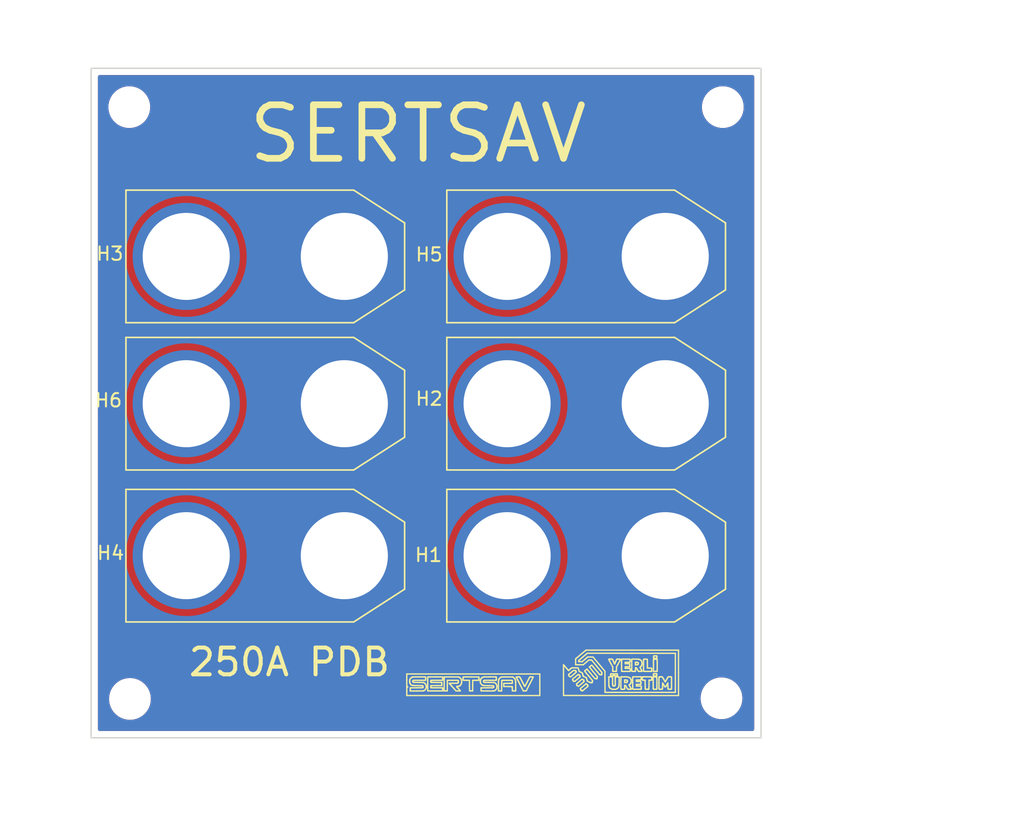
<source format=kicad_pcb>
(kicad_pcb (version 20211014) (generator pcbnew)
  (layers (0 "F.Cu" signal) (31 "B.Cu" signal) (34 "B.Paste" user) (35 "F.Paste" user) (36 "B.SilkS" user "B.Silkscreen") (37 "F.SilkS" user "F.Silkscreen") (38 "B.Mask" user) (39 "F.Mask" user) (44 "Edge.Cuts" user))
  (net 0 "")
  (net 1 "GND")
  (net 2 "VCC")
  (footprint "easyeda2kicad:XT90_V" (layer "F.Cu") (at 136.95 114.05)
    (fp_text reference "H5" (at -11.72 -0.14 unlocked) (layer "F.SilkS"))
    (fp_text value "XT90")
    (pad "1" thru_hole circle (at 5.9 0) (size 8 8) (drill 6.5) (layers *.Cu *.Mask) (net 1 "GND"))
    (pad "2" thru_hole circle (at -5.9 0) (size 8 8) (drill 6.5) (layers *.Cu *.Mask) (net 2 "VCC"))
  )
  (footprint "MountingHole:MountingHole_2.1mm" (layer "F.Cu") (at 102.85 102.9)
    (fp_text reference "REF**" hide)
    (fp_text value "MountingHole_2.1mm")
    (pad "" np_thru_hole circle (at 0 0) (size 2.1 2.1) (drill 2.1) (layers *.Cu *.Mask))
  )
  (footprint "MountingHole:MountingHole_2.1mm" (layer "F.Cu") (at 102.9 147.1)
    (fp_text reference "REF**" hide)
    (fp_text value "MountingHole_2.1mm")
    (pad "" np_thru_hole circle (at 0 0) (size 2.1 2.1) (drill 2.1) (layers *.Cu *.Mask))
  )
  (footprint "easyeda2kicad:XT90_V" (layer "F.Cu") (at 136.95 125.05)
    (fp_text reference "H2" (at -11.72 -0.37 unlocked) (layer "F.SilkS"))
    (fp_text value "XT90")
    (pad "1" thru_hole circle (at 5.9 0) (size 8 8) (drill 6.5) (layers *.Cu *.Mask) (net 1 "GND"))
    (pad "2" thru_hole circle (at -5.9 0) (size 8 8) (drill 6.5) (layers *.Cu *.Mask) (net 2 "VCC"))
  )
  (footprint "MountingHole:MountingHole_2.1mm" (layer "F.Cu") (at 147.15 102.9)
    (fp_text reference "REF**" hide)
    (fp_text value "MountingHole_2.1mm")
    (pad "" np_thru_hole circle (at 0 0) (size 2.1 2.1) (drill 2.1) (layers *.Cu *.Mask))
  )
  (footprint "easyeda2kicad:XT90_V" (layer "F.Cu") (at 113 136.4)
    (fp_text reference "H4" (at -11.55 -0.2 unlocked) (layer "F.SilkS"))
    (fp_text value "XT90")
    (pad "1" thru_hole circle (at 5.9 0) (size 8 8) (drill 6.5) (layers *.Cu *.Mask) (net 1 "GND"))
    (pad "2" thru_hole circle (at -5.9 0) (size 8 8) (drill 6.5) (layers *.Cu *.Mask) (net 2 "VCC"))
  )
  (footprint "easyeda2kicad:XT90_V" (layer "F.Cu") (at 113 114.05)
    (fp_text reference "H3" (at -11.6 -0.2 unlocked) (layer "F.SilkS"))
    (fp_text value "XT90")
    (pad "1" thru_hole circle (at 5.9 0) (size 8 8) (drill 6.5) (layers *.Cu *.Mask) (net 1 "GND"))
    (pad "2" thru_hole circle (at -5.9 0) (size 8 8) (drill 6.5) (layers *.Cu *.Mask) (net 2 "VCC"))
  )
  (footprint "easyeda2kicad:XT90_V" (layer "F.Cu") (at 136.95 136.4)
    (fp_text reference "H1" (at -11.77 -0.05 unlocked) (layer "F.SilkS"))
    (fp_text value "XT90")
    (pad "1" thru_hole circle (at 5.9 0) (size 8 8) (drill 6.5) (layers *.Cu *.Mask) (net 1 "GND"))
    (pad "2" thru_hole circle (at -5.9 0) (size 8 8) (drill 6.5) (layers *.Cu *.Mask) (net 2 "VCC"))
  )
  (footprint "easyeda2kicad:XT90_V" (layer "F.Cu") (at 113 125.05)
    (fp_text reference "H6" (at -11.7 -0.25 unlocked) (layer "F.SilkS"))
    (fp_text value "XT90")
    (pad "1" thru_hole circle (at 5.9 0) (size 8 8) (drill 6.5) (layers *.Cu *.Mask) (net 1 "GND"))
    (pad "2" thru_hole circle (at -5.9 0) (size 8 8) (drill 6.5) (layers *.Cu *.Mask) (net 2 "VCC"))
  )
  (footprint "MountingHole:MountingHole_2.1mm" (layer "F.Cu") (at 147.05 147.05)
    (fp_text reference "REF**" hide)
    (fp_text value "MountingHole_2.1mm")
    (pad "" np_thru_hole circle (at 0 0) (size 2.1 2.1) (drill 2.1) (layers *.Cu *.Mask))
  )
  (gr_arc (start 136.496293 145.435575) (mid 136.496866 145.442265) (end 136.493683 145.448164) (layer "F.SilkS") (width 0.1))
  (gr_line (start 137.012396 145.694989) (end 137.00395 145.665904) (layer "F.SilkS") (width 0.1))
  (gr_line (start 141.996385 146.372304) (end 142.093733 146.375885) (layer "F.SilkS") (width 0.1))
  (gr_line (start 141.520903 144.601298) (end 141.520764 144.494989) (layer "F.SilkS") (width 0.1))
  (gr_line (start 136.977194 145.572262) (end 136.960968 145.514536) (layer "F.SilkS") (width 0.1))
  (gr_arc (start 141.985069 143.924322) (mid 141.986757 143.914898) (end 141.988902 143.905568) (layer "F.SilkS") (width 0.1))
  (gr_arc (start 141.982499 143.948447) (mid 141.983505 143.936355) (end 141.985069 143.924322) (layer "F.SilkS") (width 0.1))
  (gr_arc (start 124.947897 145.699171) (mid 124.939227 145.700928) (end 124.930407 145.701614) (layer "F.SilkS") (width 0.1))
  (gr_line (start 127.364254 146.162775) (end 127.335412 146.165412) (layer "F.SilkS") (width 0.1))
  (gr_line (start 141.067697 146.30758) (end 141.070083 146.261578) (layer "F.SilkS") (width 0.1))
  (gr_arc (start 129.302226 145.828147) (mid 129.29339 145.804419) (end 129.290397 145.779277) (layer "F.SilkS") (width 0.1))
  (gr_line (start 139.821659 145.874989) (end 139.821659 145.778963) (layer "F.SilkS") (width 0.1))
  (gr_line (start 126.815483 146.028816) (end 126.801725 146.013644) (layer "F.SilkS") (width 0.1))
  (gr_line (start 132.555064 146.340474) (end 132.473092 146.500474) (layer "F.SilkS") (width 0.1))
  (gr_arc (start 140.837974 144.422384) (mid 140.840733 144.43915) (end 140.841659 144.456117) (layer "F.SilkS") (width 0.1))
  (gr_arc (start 139.071618 144.479963) (mid 139.069248 144.477998) (end 139.06749 144.475469) (layer "F.SilkS") (width 0.1))
  (gr_arc (start 126.228252 146.273937) (mid 126.232219 146.277745) (end 126.234392 146.282794) (layer "F.SilkS") (width 0.1))
  (gr_arc (start 141.118215 145.010982) (mid 141.119908 145.016686) (end 141.119742 145.022637) (layer "F.SilkS") (width 0.1))
  (gr_line (start 139.211967 144.168214) (end 139.162673 144.27669) (layer "F.SilkS") (width 0.1))
  (gr_line (start 142.095047 145.20556) (end 142.017931 145.207338) (layer "F.SilkS") (width 0.1))
  (gr_line (start 141.642435 145.694989) (end 141.735047 145.694989) (layer "F.SilkS") (width 0.1))
  (gr_arc (start 142.237753 145.034081) (mid 142.232207 145.0375) (end 142.225925 145.039223) (layer "F.SilkS") (width 0.1))
  (gr_arc (start 125.1257 145.484661) (mid 125.127302 145.476393) (end 125.131529 145.46911) (layer "F.SilkS") (width 0.1))
  (gr_line (start 142.898448 146.154257) (end 142.928636 146.107319) (layer "F.SilkS") (width 0.1))
  (gr_line (start 125.479494 145.86318) (end 125.60189 145.86606) (layer "F.SilkS") (width 0.1))
  (gr_line (start 140.950815 144.162987) (end 140.918966 144.151009) (layer "F.SilkS") (width 0.1))
  (gr_line (start 124.712353 145.456619) (end 124.848572 145.458344) (layer "F.SilkS") (width 0.1))
  (gr_line (start 127.92326 145.702973) (end 127.847819 145.699566) (layer "F.SilkS") (width 0.1))
  (gr_line (start 125.597115 146.264988) (end 125.799897 146.265627) (layer "F.SilkS") (width 0.1))
  (gr_line (start 137.528394 145.492436) (end 137.281289 145.195286) (layer "F.SilkS") (width 0.1))
  (gr_line (start 130.641732 146.146473) (end 130.640419 146.483291) (layer "F.SilkS") (width 0.1))
  (gr_line (start 126.235397 146.500474) (end 125.680397 146.500474) (layer "F.SilkS") (width 0.1))
  (gr_line (start 137.721401 145.584344) (end 137.686149 145.584989) (layer "F.SilkS") (width 0.1))
  (gr_line (start 136.926659 143.7767) (end 137.036659 143.684964) (layer "F.SilkS") (width 0.1))
  (gr_arc (start 141.242169 144.144037) (mid 141.24679 144.137841) (end 141.253027 144.133274) (layer "F.SilkS") (width 0.1))
  (gr_line (start 138.356659 146.609989) (end 138.353974 145.819989) (layer "F.SilkS") (width 0.1))
  (gr_arc (start 141.153659 145.682989) (mid 141.147293 145.673702) (end 141.144697 145.662745) (layer "F.SilkS") (width 0.1))
  (gr_arc (start 123.928006 145.495128) (mid 123.947751 145.484594) (end 123.968061 145.475193) (layer "F.SilkS") (width 0.1))
  (gr_arc (start 136.496293 145.435575) (mid 136.494699 145.431174) (end 136.493296 145.426709) (layer "F.SilkS") (width 0.1))
  (gr_arc (start 125.372397 146.253474) (mid 125.367088 146.246102) (end 125.364399 146.237426) (layer "F.SilkS") (width 0.1))
  (gr_arc (start 140.235271 145.006066) (mid 140.227238 145.023427) (end 140.211514 145.034322) (layer "F.SilkS") (width 0.1))
  (gr_arc (start 141.041659 145.904989) (mid 141.040718 145.94092) (end 141.037897 145.976752) (layer "F.SilkS") (width 0.1))
  (gr_line (start 137.012684 144.012887) (end 136.981631 144.03942) (layer "F.SilkS") (width 0.1))
  (gr_line (start 141.848542 144.998838) (end 141.850914 144.966066) (layer "F.SilkS") (width 0.1))
  (gr_line (start 136.085579 144.977259) (end 136.174499 144.979989) (layer "F.SilkS") (width 0.1))
  (gr_line (start 136.374995 146.153072) (end 136.318428 146.126936) (layer "F.SilkS") (width 0.1))
  (gr_arc (start 139.654062 145.042245) (mid 139.635569 145.040403) (end 139.61727 145.037159) (layer "F.SilkS") (width 0.1))
  (gr_line (start 140.754695 145.445214) (end 140.492509 145.444755) (layer "F.SilkS") (width 0.1))
  (gr_line (start 124.355397 146.102527) (end 124.189912 146.100492) (layer "F.SilkS") (width 0.1))
  (gr_line (start 125.790649 145.705474) (end 125.547401 145.705926) (layer "F.SilkS") (width 0.1))
  (gr_line (start 124.780506 146.498453) (end 124.698301 146.502654) (layer "F.SilkS") (width 0.1))
  (gr_arc (start 140.027998 145.759813) (mid 140.029411 145.777196) (end 140.029073 145.794634) (layer "F.SilkS") (width 0.1))
  (gr_line (start 137.767778 145.52125) (end 137.764731 145.544784) (layer "F.SilkS") (width 0.1))
  (gr_line (start 140.053239 144.125576) (end 139.910011 144.124989) (layer "F.SilkS") (width 0.1))
  (gr_arc (start 138.774192 145.35283) (mid 138.77253 145.328935) (end 138.771974 145.304989) (layer "F.SilkS") (width 0.1))
  (gr_line (start 142.248986 144.269561) (end 142.246123 144.162371) (layer "F.SilkS") (width 0.1))
  (gr_arc (start 130.036954 146.231022) (mid 130.022466 146.245871) (end 130.003166 146.253492) (layer "F.SilkS") (width 0.1))
  (gr_arc (start 143.318992 146.29445) (mid 143.317259 146.320954) (end 143.314313 146.34735) (layer "F.SilkS") (width 0.1))
  (gr_line (start 140.421659 145.476123) (end 140.421659 145.909842) (layer "F.SilkS") (width 0.1))
  (gr_line (start 142.818753 145.763679) (end 142.785359 145.707441) (layer "F.SilkS") (width 0.1))
  (gr_line (start 136.240438 146.025287) (end 136.236049 146.004709) (layer "F.SilkS") (width 0.1))
  (gr_line (start 140.116215 144.690914) (end 140.162561 144.687652) (layer "F.SilkS") (width 0.1))
  (gr_line (start 131.222112 145.935035) (end 131.323961 145.933691) (layer "F.SilkS") (width 0.1))
  (gr_line (start 129.702079 145.865474) (end 130.085397 145.870474) (layer "F.SilkS") (width 0.1))
  (gr_line (start 126.090587 145.703691) (end 125.952061 145.705036) (layer "F.SilkS") (width 0.1))
  (gr_line (start 128.235397 145.710474) (end 128.010397 145.705474) (layer "F.SilkS") (width 0.1))
  (gr_arc (start 140.293854 145.640347) (mid 140.298825 145.653994) (end 140.302227 145.668114) (layer "F.SilkS") (width 0.1))
  (gr_line (start 140.455441 146.368121) (end 140.50169 146.372196) (layer "F.SilkS") (width 0.1))
  (gr_line (start 136.866802 144.136166) (end 136.804402 144.188404) (layer "F.SilkS") (width 0.1))
  (gr_arc (start 140.218443 144.343508) (mid 140.213038 144.346788) (end 140.206915 144.348366) (layer "F.SilkS") (width 0.1))
  (gr_line (start 139.654062 145.042245) (end 139.724909 145.044574) (layer "F.SilkS") (width 0.1))
  (gr_line (start 135.932219 145.629989) (end 135.954439 145.607855) (layer "F.SilkS") (width 0.1))
  (gr_line (start 125.242961 145.458091) (end 125.390659 145.455979) (layer "F.SilkS") (width 0.1))
  (gr_arc (start 139.892907 146.113238) (mid 139.904026 146.127937) (end 139.913976 146.143452) (layer "F.SilkS") (width 0.1))
  (gr_line (start 136.396153 145.538679) (end 136.300617 145.619371) (layer "F.SilkS") (width 0.1))
  (gr_line (start 128.480397 146.105474) (end 128.475397 146.500474) (layer "F.SilkS") (width 0.1))
  (gr_arc (start 140.758945 144.54919) (mid 140.725588 144.55354) (end 140.69198 144.554989) (layer "F.SilkS") (width 0.1))
  (gr_line (start 131.561709 146.503281) (end 131.445397 146.500474) (layer "F.SilkS") (width 0.1))
  (gr_line (start 136.395552 144.267941) (end 136.391779 144.225893) (layer "F.SilkS") (width 0.1))
  (gr_line (start 142.656659 145.910639) (end 142.74131 146.05257) (layer "F.SilkS") (width 0.1))
  (gr_arc (start 142.20243 145.452843) (mid 142.208463 145.454148) (end 142.214159 145.456522) (layer "F.SilkS") (width 0.1))
  (gr_arc (start 138.655656 146.157692) (mid 138.65168 146.132614) (end 138.649289 146.107335) (layer "F.SilkS") (width 0.1))
  (gr_line (start 139.12445 145.541829) (end 139.122219 145.62545) (layer "F.SilkS") (width 0.1))
  (gr_line (start 141.428896 146.370719) (end 141.488776 146.372788) (layer "F.SilkS") (width 0.1))
  (gr_arc (start 142.62658 145.45702) (mid 142.632961 145.461111) (end 142.63802 145.466753) (layer "F.SilkS") (width 0.1))
  (gr_line (start 130.247335 145.503669) (end 130.249673 145.539194) (layer "F.SilkS") (width 0.1))
  (gr_line (start 139.060613 144.461076) (end 139.053194 144.443192) (layer "F.SilkS") (width 0.1))
  (gr_arc (start 139.591534 146.37174) (mid 139.580814 146.36987) (end 139.570295 146.367086) (layer "F.SilkS") (width 0.1))
  (gr_arc (start 139.602011 145.025646) (mid 139.598564 145.016932) (end 139.597203 145.007661) (layer "F.SilkS") (width 0.1))
  (gr_line (start 142.517774 146.374587) (end 142.604665 146.373445) (layer "F.SilkS") (width 0.1))
  (gr_line (start 126.749944 145.95352) (end 126.742064 145.941601) (layer "F.SilkS") (width 0.1))
  (gr_line (start 136.479393 145.373153) (end 136.483995 145.392227) (layer "F.SilkS") (width 0.1))
  (gr_line (start 135.772333 144.863815) (end 135.739489 144.891868) (layer "F.SilkS") (width 0.1))
  (gr_line (start 128.878662 145.700277) (end 128.803783 145.702512) (layer "F.SilkS") (width 0.1))
  (gr_arc (start 140.295841 146.368919) (mid 140.280968 146.373161) (end 140.265581 146.374727) (layer "F.SilkS") (width 0.1))
  (gr_line (start 143.054889 146.252426) (end 143.058573 146.314956) (layer "F.SilkS") (width 0.1))
  (gr_line (start 140.865945 145.684989) (end 140.999865 145.683181) (layer "F.SilkS") (width 0.1))
  (gr_line (start 139.82113 146.301705) (end 139.821659 146.224637) (layer "F.SilkS") (width 0.1))
  (gr_line (start 139.134891 145.384216) (end 139.171659 145.384989) (layer "F.SilkS") (width 0.1))
  (gr_line (start 136.701469 145.650709) (end 136.737131 145.668075) (layer "F.SilkS") (width 0.1))
  (gr_arc (start 140.182885 144.816559) (mid 140.202476 144.819534) (end 140.220696 144.82733) (layer "F.SilkS") (width 0.1))
  (gr_line (start 137.465398 143.969989) (end 137.267053 143.967273) (layer "F.SilkS") (width 0.1))
  (gr_line (start 128.949092 145.623155) (end 128.949377 145.661499) (layer "F.SilkS") (width 0.1))
  (gr_line (start 127.310448 146.168691) (end 127.289818 146.172184) (layer "F.SilkS") (width 0.1))
  (gr_line (start 138.786659 144.439819) (end 138.931659 144.704666) (layer "F.SilkS") (width 0.1))
  (gr_arc (start 127.652066 145.734804) (mid 127.655196 145.776769) (end 127.655664 145.818847) (layer "F.SilkS") (width 0.1))
  (gr_line (start 130.730846 145.708179) (end 130.677192 145.712281) (layer "F.SilkS") (width 0.1))
  (gr_line (start 140.543346 145.044281) (end 140.58151 145.041972) (layer "F.SilkS") (width 0.1))
  (gr_arc (start 138.973197 145.235893) (mid 138.97818 145.242896) (end 138.981907 145.25064) (layer "F.SilkS") (width 0.1))
  (gr_line (start 136.809922 143.561158) (end 136.719378 143.636791) (layer "F.SilkS") (width 0.1))
  (gr_line (start 140.231155 146.195981) (end 140.200875 146.144119) (layer "F.SilkS") (width 0.1))
  (gr_line (start 140.287997 146.29545) (end 140.261992 146.24852) (layer "F.SilkS") (width 0.1))
  (gr_arc (start 142.221485 144.046695) (mid 142.214262 144.051433) (end 142.20643 144.055076) (layer "F.SilkS") (width 0.1))
  (gr_line (start 130.805397 146.170474) (end 130.80258 146.052974) (layer "F.SilkS") (width 0.1))
  (gr_line (start 129.075626 145.921838) (end 129.059806 145.885914) (layer "F.SilkS") (width 0.1))
  (gr_line (start 143.321269 146.193865) (end 143.321659 145.909989) (layer "F.SilkS") (width 0.1))
  (gr_line (start 131.761821 145.456631) (end 131.862466 145.454736) (layer "F.SilkS") (width 0.1))
  (gr_line (start 136.984769 145.599036) (end 136.977194 145.572262) (layer "F.SilkS") (width 0.1))
  (gr_arc (start 137.028899 146.019407) (mid 137.037655 146.025466) (end 137.045346 146.032831) (layer "F.SilkS") (width 0.1))
  (gr_line (start 141.974576 144.23201) (end 141.973249 144.360604) (layer "F.SilkS") (width 0.1))
  (gr_arc (start 141.993965 143.896683) (mid 141.998972 143.893024) (end 142.00485 143.891041) (layer "F.SilkS") (width 0.1))
  (gr_line (start 132.985591 145.486355) (end 132.891086 145.677896) (layer "F.SilkS") (width 0.1))
  (gr_arc (start 123.95917 146.087382) (mid 123.937151 146.078221) (end 123.916648 146.06604) (layer "F.SilkS") (width 0.1))
  (gr_line (start 127.044926 145.925474) (end 127.259585 145.924297) (layer "F.SilkS") (width 0.1))
  (gr_line (start 136.525735 144.31279) (end 136.399326 144.309989) (layer "F.SilkS") (width 0.1))
  (gr_line (start 131.364656 146.177854) (end 131.273325 146.174983) (layer "F.SilkS") (width 0.1))
  (gr_arc (start 136.471208 145.344994) (mid 136.475688 145.358961) (end 136.479393 145.373153) (layer "F.SilkS") (width 0.1))
  (gr_arc (start 125.360665 145.794646) (mid 125.359998 145.772409) (end 125.360442 145.750166) (layer "F.SilkS") (width 0.1))
  (gr_line (start 139.409639 145.803192) (end 139.413102 145.476396) (layer "F.SilkS") (width 0.1))
  (gr_line (start 137.780638 145.431463) (end 137.77135 145.495726) (layer "F.SilkS") (width 0.1))
  (gr_arc (start 127.655664 145.818847) (mid 127.653469 145.860943) (end 127.648622 145.902816) (layer "F.SilkS") (width 0.1))
  (gr_arc (start 138.648326 144.131656) (mid 138.651042 144.129775) (end 138.654247 144.128976) (layer "F.SilkS") (width 0.1))
  (gr_line (start 139.916659 145.044989) (end 140.157259 145.043893) (layer "F.SilkS") (width 0.1))
  (gr_line (start 123.590397 146.222065) (end 123.560397 146.239786) (layer "F.SilkS") (width 0.1))
  (gr_arc (start 130.003166 146.253492) (mid 129.962125 146.258737) (end 129.920807 146.260909) (layer "F.SilkS") (width 0.1))
  (gr_line (start 126.350002 145.624413) (end 126.352128 145.475971) (layer "F.SilkS") (width 0.1))
  (gr_line (start 136.161659 144.544989) (end 136.447885 144.544989) (layer "F.SilkS") (width 0.1))
  (gr_line (start 132.093919 145.645474) (end 132.129934 145.715973) (layer "F.SilkS") (width 0.1))
  (gr_arc (start 129.098236 145.597604) (mid 129.114879 145.574285) (end 129.133498 145.552511) (layer "F.SilkS") (width 0.1))
  (gr_arc (start 137.584478 145.55267) (mid 137.555611 145.523321) (end 137.528394 145.492436) (layer "F.SilkS") (width 0.1))
  (gr_line (start 140.244442 145.979941) (end 140.262925 145.955877) (layer "F.SilkS") (width 0.1))
  (gr_line (start 136.433619 145.045869) (end 136.389311 144.912929) (layer "F.SilkS") (width 0.1))
  (gr_line (start 141.50953 145.448275) (end 141.384693 145.448031) (layer "F.SilkS") (width 0.1))
  (gr_line (start 131.862466 145.454736) (end 131.960771 145.456448) (layer "F.SilkS") (width 0.1))
  (gr_arc (start 130.40779 145.740813) (mid 130.412836 145.703525) (end 130.421362 145.666876) (layer "F.SilkS") (width 0.1))
  (gr_line (start 142.06801 144.125782) (end 142.027369 144.127601) (layer "F.SilkS") (width 0.1))
  (gr_arc (start 141.291903 145.042231) (mid 141.274327 145.040374) (end 141.256962 145.037091) (layer "F.SilkS") (width 0.1))
  (gr_arc (start 131.439164 145.909647) (mid 131.434746 145.921643) (end 131.424579 145.929404) (layer "F.SilkS") (width 0.1))
  (gr_line (start 128.240397 146.105474) (end 128.235397 145.710474) (layer "F.SilkS") (width 0.1))
  (gr_line (start 136.300617 145.619371) (end 136.222105 145.684153) (layer "F.SilkS") (width 0.1))
  (gr_line (start 143.841659 145.150001) (end 143.841659 143.454989) (layer "F.SilkS") (width 0.1))
  (gr_arc (start 139.818586 146.335335) (mid 139.816504 146.344746) (end 139.812927 146.353696) (layer "F.SilkS") (width 0.1))
  (gr_arc (start 137.931471 145.252671) (mid 137.937851 145.260789) (end 137.943786 145.269238) (layer "F.SilkS") (width 0.1))
  (gr_arc (start 130.136432 146.473375) (mid 130.101502 146.487879) (end 130.06454 146.495894) (layer "F.SilkS") (width 0.1))
  (gr_line (start 138.980189 144.265232) (end 138.93674 144.172795) (layer "F.SilkS") (width 0.1))
  (gr_line (start 139.083186 145.378133) (end 139.105378 145.381791) (layer "F.SilkS") (width 0.1))
  (gr_line (start 140.422134 146.158488) (end 140.42434 146.272241) (layer "F.SilkS") (width 0.1))
  (gr_arc (start 127.407902 145.757467) (mid 127.411352 145.77667) (end 127.413437 145.796068) (layer "F.SilkS") (width 0.1))
  (gr_line (start 136.432561 145.799165) (end 136.622236 145.63488) (layer "F.SilkS") (width 0.1))
  (gr_line (start 140.860518 146.374113) (end 140.957374 146.372013) (layer "F.SilkS") (width 0.1))
  (gr_line (start 125.799897 146.265627) (end 125.960102 146.266274) (layer "F.SilkS") (width 0.1))
  (gr_arc (start 140.189783 144.478304) (mid 140.201776 144.490016) (end 140.207399 144.505806) (layer "F.SilkS") (width 0.1))
  (gr_line (start 137.77135 145.495726) (end 137.767778 145.52125) (layer "F.SilkS") (width 0.1))
  (gr_line (start 141.384693 145.448031) (end 141.277096 145.448743) (layer "F.SilkS") (width 0.1))
  (gr_line (start 136.681186 145.224553) (end 136.662041 145.159116) (layer "F.SilkS") (width 0.1))
  (gr_line (start 141.951659 145.909842) (end 141.952134 146.158488) (layer "F.SilkS") (width 0.1))
  (gr_arc (start 140.855659 145.034159) (mid 140.851249 145.029891) (end 140.847538 145.025003) (layer "F.SilkS") (width 0.1))
  (gr_line (start 137.00395 145.665904) (end 136.994227 145.632126) (layer "F.SilkS") (width 0.1))
  (gr_arc (start 139.503393 144.165684) (mid 139.497267 144.18389) (end 139.489614 144.201508) (layer "F.SilkS") (width 0.1))
  (gr_arc (start 127.637025 145.667769) (mid 127.64647 145.700855) (end 127.652066 145.734804) (layer "F.SilkS") (width 0.1))
  (gr_line (start 141.775742 145.452391) (end 141.688609 145.449726) (layer "F.SilkS") (width 0.1))
  (gr_line (start 135.962398 145.722977) (end 135.950363 145.688538) (layer "F.SilkS") (width 0.1))
  (gr_line (start 142.229581 143.967576) (end 142.226659 143.889989) (layer "F.SilkS") (width 0.1))
  (gr_line (start 132.383373 146.145491) (end 132.433529 146.050334) (layer "F.SilkS") (width 0.1))
  (gr_line (start 142.229023 146.256406) (end 142.231098 146.124975) (layer "F.SilkS") (width 0.1))
  (gr_arc (start 141.051659 146.365211) (mid 141.045562 146.368019) (end 141.038946 146.369157) (layer "F.SilkS") (width 0.1))
  (gr_line (start 136.297893 143.989541) (end 136.217157 144.057939) (layer "F.SilkS") (width 0.1))
  (gr_line (start 142.251659 144.593107) (end 142.251033 144.406945) (layer "F.SilkS") (width 0.1))
  (gr_line (start 127.460275 146.145662) (end 127.429589 146.153131) (layer "F.SilkS") (width 0.1))
  (gr_line (start 137.356659 144.196096) (end 137.741659 144.660031) (layer "F.SilkS") (width 0.1))
  (gr_arc (start 140.09164 146.372637) (mid 140.075458 146.3707) (end 140.05981 146.366146) (layer "F.SilkS") (width 0.1))
  (gr_line (start 130.402337 145.860536) (end 130.40779 145.740813) (layer "F.SilkS") (width 0.1))
  (gr_line (start 140.69198 144.554989) (end 140.631659 144.554989) (layer "F.SilkS") (width 0.1))
  (gr_line (start 128.525397 146.845474) (end 133.490397 146.845474) (layer "F.SilkS") (width 0.1))
  (gr_arc (start 123.782023 145.891134) (mid 123.777022 145.877488) (end 123.773573 145.86337) (layer "F.SilkS") (width 0.1))
  (gr_arc (start 132.728286 145.47958) (mid 132.732583 145.473263) (end 132.738097 145.467974) (layer "F.SilkS") (width 0.1))
  (gr_line (start 128.364977 145.457894) (end 128.945397 145.460474) (layer "F.SilkS") (width 0.1))
  (gr_arc (start 143.272719 145.447218) (mid 143.287974 145.449617) (end 143.302316 145.455341) (layer "F.SilkS") (width 0.1))
  (gr_arc (start 142.202316 145.215341) (mid 142.207744 145.219091) (end 142.212233 145.223931) (layer "F.SilkS") (width 0.1))
  (gr_arc (start 131.56542 145.521248) (mid 131.585999 145.53927) (end 131.604877 145.559067) (layer "F.SilkS") (width 0.1))
  (gr_line (start 135.260176 144.559115) (end 135.25901 144.891334) (layer "F.SilkS") (width 0.1))
  (gr_line (start 130.082232 145.70347) (end 129.934564 145.704849) (layer "F.SilkS") (width 0.1))
  (gr_line (start 137.353025 144.578956) (end 137.277143 144.640513) (layer "F.SilkS") (width 0.1))
  (gr_arc (start 123.771904 145.773954) (mid 123.774349 145.737226) (end 123.778933 145.700703) (layer "F.SilkS") (width 0.1))
  (gr_line (start 141.982499 143.948447) (end 141.981659 143.976637) (layer "F.SilkS") (width 0.1))
  (gr_line (start 127.467111 146.389957) (end 127.501737 146.429055) (layer "F.SilkS") (width 0.1))
  (gr_line (start 142.962008 146.05257) (end 143.046659 145.910639) (layer "F.SilkS") (width 0.1))
  (gr_line (start 141.827958 145.456367) (end 141.775742 145.452391) (layer "F.SilkS") (width 0.1))
  (gr_line (start 136.997365 144.878969) (end 136.930252 144.932224) (layer "F.SilkS") (width 0.1))
  (gr_arc (start 136.284242 146.109775) (mid 136.275453 146.103987) (end 136.267765 146.096801) (layer "F.SilkS") (width 0.1))
  (gr_arc (start 141.110927 144.550547) (mid 141.107582 144.564348) (end 141.103524 144.577957) (layer "F.SilkS") (width 0.1))
  (gr_arc (start 139.570295 146.367086) (mid 139.563358 146.363967) (end 139.557373 146.359275) (layer "F.SilkS") (width 0.1))
  (gr_arc (start 141.095721 145.037485) (mid 141.079557 145.039562) (end 141.063298 145.040668) (layer "F.SilkS") (width 0.1))
  (gr_line (start 143.606659 146.609989) (end 140.981659 146.609989) (layer "F.SilkS") (width 0.1))
  (gr_line (start 136.602737 146.470535) (end 136.573007 146.453869) (layer "F.SilkS") (width 0.1))
  (gr_arc (start 140.374273 145.038432) (mid 140.368543 145.036537) (end 140.363659 145.032989) (layer "F.SilkS") (width 0.1))
  (gr_arc (start 140.841659 144.456117) (mid 140.839205 144.478438) (end 140.831984 144.499702) (layer "F.SilkS") (width 0.1))
  (gr_arc (start 142.214159 145.456522) (mid 142.221542 145.463109) (end 142.224897 145.472409) (layer "F.SilkS") (width 0.1))
  (gr_line (start 129.050565 145.828063) (end 129.052598 145.771286) (layer "F.SilkS") (width 0.1))
  (gr_arc (start 127.48207 146.137856) (mid 127.47132 146.14217) (end 127.460275 146.145662) (layer "F.SilkS") (width 0.1))
  (gr_line (start 136.78683 145.778632) (end 136.791251 145.795892) (layer "F.SilkS") (width 0.1))
  (gr_arc (start 140.307009 146.359806) (mid 140.304626 146.362751) (end 140.301887 146.36537) (layer "F.SilkS") (width 0.1))
  (gr_arc (start 140.782568 144.365075) (mid 140.795952 144.369997) (end 140.808357 144.377031) (layer "F.SilkS") (width 0.1))
  (gr_line (start 139.678031 146.374989) (end 139.719633 146.374232) (layer "F.SilkS") (width 0.1))
  (gr_arc (start 141.361429 146.354989) (mid 141.358588 146.348789) (end 141.357448 146.342064) (layer "F.SilkS") (width 0.1))
  (gr_arc (start 142.389005 146.347351) (mid 142.386061 146.320963) (end 142.384326 146.294469) (layer "F.SilkS") (width 0.1))
  (gr_arc (start 127.772477 145.467394) (mid 127.779512 145.462618) (end 127.787819 145.460821) (layer "F.SilkS") (width 0.1))
  (gr_arc (start 139.274319 145.244995) (mid 139.276425 145.25341) (end 139.278134 145.261914) (layer "F.SilkS") (width 0.1))
  (gr_line (start 131.441848 145.830597) (end 131.438801 145.751841) (layer "F.SilkS") (width 0.1))
  (gr_line (start 136.843966 145.021636) (end 136.893959 145.088179) (layer "F.SilkS") (width 0.1))
  (gr_line (start 140.861307 145.794989) (end 140.701659 145.794989) (layer "F.SilkS") (width 0.1))
  (gr_line (start 142.644745 146.314956) (end 142.648429 146.252426) (layer "F.SilkS") (width 0.1))
  (gr_line (start 136.699322 145.28699) (end 136.689661 145.253629) (layer "F.SilkS") (width 0.1))
  (gr_line (start 138.643561 145.807388) (end 138.645981 146.020861) (layer "F.SilkS") (width 0.1))
  (gr_arc (start 124.010397 145.780113) (mid 124.014153 145.756848) (end 124.025084 145.735975) (layer "F.SilkS") (width 0.1))
  (gr_arc (start 125.010241 146.119307) (mid 125.017035 146.176783) (end 125.013937 146.234577) (layer "F.SilkS") (width 0.1))
  (gr_line (start 130.085397 145.870474) (end 130.136716 145.897544) (layer "F.SilkS") (width 0.1))
  (gr_arc (start 140.978377 144.175283) (mid 141.014204 144.196561) (end 141.046143 144.223324) (layer "F.SilkS") (width 0.1))
  (gr_line (start 127.286276 146.184211) (end 127.322012 146.227407) (layer "F.SilkS") (width 0.1))
  (gr_line (start 126.861604 146.079942) (end 126.825397 146.039748) (layer "F.SilkS") (width 0.1))
  (gr_arc (start 124.720461 146.108392) (mid 124.72873 146.109006) (end 124.736898 146.11044) (layer "F.SilkS") (width 0.1))
  (gr_line (start 130.650192 145.745546) (end 130.645323 145.917578) (layer "F.SilkS") (width 0.1))
  (gr_arc (start 138.957393 145.039223) (mid 138.951117 145.037487) (end 138.945565 145.034081) (layer "F.SilkS") (width 0.1))
  (gr_line (start 124.698301 146.502654) (end 124.563073 146.504935) (layer "F.SilkS") (width 0.1))
  (gr_line (start 139.591659 144.584989) (end 139.592287 144.767464) (layer "F.SilkS") (width 0.1))
  (gr_line (start 141.597385 144.79442) (end 141.554011 144.792275) (layer "F.SilkS") (width 0.1))
  (gr_arc (start 130.421362 145.666876) (mid 130.432528 145.635804) (end 130.447884 145.606575) (layer "F.SilkS") (width 0.1))
  (gr_line (start 142.382083 145.639188) (end 142.381659 145.910134) (layer "F.SilkS") (width 0.1))
  (gr_line (start 125.952061 145.705036) (end 125.790649 145.705474) (layer "F.SilkS") (width 0.1))
  (gr_line (start 126.056851 145.457257) (end 126.211672 145.45907) (layer "F.SilkS") (width 0.1))
  (gr_line (start 128.948214 145.577974) (end 128.949092 145.623155) (layer "F.SilkS") (width 0.1))
  (gr_line (start 136.623132 146.480116) (end 136.602737 146.470535) (layer "F.SilkS") (width 0.1))
  (gr_line (start 136.389155 145.290833) (end 136.411344 145.300653) (layer "F.SilkS") (width 0.1))
  (gr_arc (start 138.783659 145.236989) (mid 138.788089 145.233696) (end 138.79328 145.231817) (layer "F.SilkS") (width 0.1))
  (gr_line (start 135.320265 144.620208) (end 135.26673 144.560409) (layer "F.SilkS") (width 0.1))
  (gr_line (start 143.321659 145.909989) (end 143.321269 145.626113) (layer "F.SilkS") (width 0.1))
  (gr_line (start 137.281289 145.195286) (end 137.179233 145.072916) (layer "F.SilkS") (width 0.1))
  (gr_arc (start 141.844932 145.023013) (mid 141.843053 145.028402) (end 141.839659 145.032989) (layer "F.SilkS") (width 0.1))
  (gr_line (start 136.659892 145.632783) (end 136.679232 145.64091) (layer "F.SilkS") (width 0.1))
  (gr_arc (start 142.844892 146.198337) (mid 142.833901 146.191192) (end 142.824528 146.182028) (layer "F.SilkS") (width 0.1))
  (gr_line (start 140.625155 145.022164) (end 140.628671 144.993352) (layer "F.SilkS") (width 0.1))
  (gr_arc (start 141.831248 144.809527) (mid 141.84291 144.822424) (end 141.848071 144.839025) (layer "F.SilkS") (width 0.1))
  (gr_arc (start 127.533518 145.519217) (mid 127.55587 145.540126) (end 127.576401 145.562825) (layer "F.SilkS") (width 0.1))
  (gr_line (start 127.759917 145.582125) (end 127.761519 145.492503) (layer "F.SilkS") (width 0.1))
  (gr_arc (start 141.371507 146.362645) (mid 141.365771 146.359734) (end 141.361429 146.354989) (layer "F.SilkS") (width 0.1))
  (gr_line (start 135.991041 145.574288) (end 136.160449 145.431661) (layer "F.SilkS") (width 0.1))
  (gr_line (start 141.521241 144.772831) (end 141.521068 144.69288) (layer "F.SilkS") (width 0.1))
  (gr_line (start 131.065397 145.458736) (end 131.465397 145.460474) (layer "F.SilkS") (width 0.1))
  (gr_line (start 139.312587 145.445476) (end 139.256187 145.446569) (layer "F.SilkS") (width 0.1))
  (gr_line (start 136.345004 144.779989) (end 136.112442 144.777303) (layer "F.SilkS") (width 0.1))
  (gr_line (start 139.045993 144.422982) (end 139.021586 144.358594) (layer "F.SilkS") (width 0.1))
  (gr_line (start 129.763611 145.705337) (end 129.427604 145.706331) (layer "F.SilkS") (width 0.1))
  (gr_line (start 141.952134 146.158488) (end 141.95434 146.272241) (layer "F.SilkS") (width 0.1))
  (gr_arc (start 140.276659 145.604989) (mid 140.285667 145.622468) (end 140.293854 145.640347) (layer "F.SilkS") (width 0.1))
  (gr_arc (start 138.975945 145.369275) (mid 138.963799 145.377798) (end 138.949478 145.381686) (layer "F.SilkS") (width 0.1))
  (gr_line (start 141.186889 145.691844) (end 141.218424 145.694234) (layer "F.SilkS") (width 0.1))
  (gr_line (start 137.485419 145.077916) (end 137.780638 145.431463) (layer "F.SilkS") (width 0.1))
  (gr_line (start 127.847819 145.699566) (end 127.783141 145.695761) (layer "F.SilkS") (width 0.1))
  (gr_line (start 137.423296 145.727804) (end 137.416758 145.788897) (layer "F.SilkS") (width 0.1))
  (gr_line (start 140.040943 144.357233) (end 140.109695 144.355379) (layer "F.SilkS") (width 0.1))
  (gr_arc (start 124.774721 146.176611) (mid 124.776354 146.201094) (end 124.774467 146.225559) (layer "F.SilkS") (width 0.1))
  (gr_arc (start 141.97708 144.145463) (mid 141.979055 144.138509) (end 141.984055 144.133297) (layer "F.SilkS") (width 0.1))
  (gr_line (start 139.23794 145.228187) (end 139.208427 145.225762) (layer "F.SilkS") (width 0.1))
  (gr_arc (start 125.364399 146.237426) (mid 125.36225 146.218962) (end 125.360967 146.200417) (layer "F.SilkS") (width 0.1))
  (gr_line (start 124.422079 145.865474) (end 124.805397 145.870474) (layer "F.SilkS") (width 0.1))
  (gr_arc (start 139.264233 144.128166) (mid 139.281989 144.12641) (end 139.299814 144.125608) (layer "F.SilkS") (width 0.1))
  (gr_line (start 139.724909 145.044574) (end 139.916659 145.044989) (layer "F.SilkS") (width 0.1))
  (gr_line (start 136.604219 144.047164) (end 136.69362 143.972009) (layer "F.SilkS") (width 0.1))
  (gr_arc (start 124.960549 145.691715) (mid 124.954732 145.696307) (end 124.947897 145.699171) (layer "F.SilkS") (width 0.1))
  (gr_line (start 140.232091 144.241293) (end 140.230585 144.161815) (layer "F.SilkS") (width 0.1))
  (gr_line (start 140.701659 146.134989) (end 140.701659 146.074989) (layer "F.SilkS") (width 0.1))
  (gr_line (start 140.775135 144.126122) (end 140.589187 144.124782) (layer "F.SilkS") (width 0.1))
  (gr_arc (start 123.82066 145.593594) (mid 123.839616 145.568579) (end 123.860615 145.545252) (layer "F.SilkS") (width 0.1))
  (gr_arc (start 138.913739 145.470186) (mid 138.917033 145.487251) (end 138.918903 145.50453) (layer "F.SilkS") (width 0.1))
  (gr_line (start 142.384316 145.531839) (end 142.382083 145.639188) (layer "F.SilkS") (width 0.1))
  (gr_line (start 129.105397 146.500474) (end 129.105397 146.385474) (layer "F.SilkS") (width 0.1))
  (gr_line (start 138.0921 145.286985) (end 138.031729 145.284989) (layer "F.SilkS") (width 0.1))
  (gr_line (start 139.996172 146.284446) (end 140.02372 146.326664) (layer "F.SilkS") (width 0.1))
  (gr_line (start 138.640463 145.464787) (end 138.643561 145.807388) (layer "F.SilkS") (width 0.1))
  (gr_line (start 136.353139 145.275666) (end 136.369855 145.282593) (layer "F.SilkS") (width 0.1))
  (gr_arc (start 141.119742 145.022637) (mid 141.117274 145.02815) (end 141.11264 145.032034) (layer "F.SilkS") (width 0.1))
  (gr_line (start 130.65787 145.461586) (end 130.774085 145.45974) (layer "F.SilkS") (width 0.1))
  (gr_arc (start 137.008373 144.87561) (mid 137.011389 144.876457) (end 137.013859 144.878389) (layer "F.SilkS") (width 0.1))
  (gr_arc (start 138.986567 145.35021) (mid 138.982588 145.360485) (end 138.975945 145.369275) (layer "F.SilkS") (width 0.1))
  (gr_line (start 141.022497 145.448474) (end 140.754695 145.445214) (layer "F.SilkS") (width 0.1))
  (gr_arc (start 136.937075 145.974989) (mid 136.938587 145.975153) (end 136.940035 145.975622) (layer "F.SilkS") (width 0.1))
  (gr_line (start 140.182885 144.816559) (end 140.046307 144.814989) (layer "F.SilkS") (width 0.1))
  (gr_arc (start 129.060034 145.700363) (mid 129.065913 145.672229) (end 129.074541 145.644812) (layer "F.SilkS") (width 0.1))
  (gr_line (start 129.105397 146.385474) (end 129.105397 146.270474) (layer "F.SilkS") (width 0.1))
  (gr_arc (start 125.360442 145.750166) (mid 125.362286 145.735485) (end 125.366467 145.721292) (layer "F.SilkS") (width 0.1))
  (gr_arc (start 139.994798 145.698239) (mid 140.001143 145.701287) (end 140.006641 145.705682) (layer "F.SilkS") (width 0.1))
  (gr_arc (start 129.133498 145.552511) (mid 129.148157 145.537594) (end 129.163562 145.523449) (layer "F.SilkS") (width 0.1))
  (gr_arc (start 142.220822 145.321077) (mid 142.219816 145.333208) (end 142.218272 145.345283) (layer "F.SilkS") (width 0.1))
  (gr_line (start 132.868525 145.454655) (end 132.968802 145.456818) (layer "F.SilkS") (width 0.1))
  (gr_arc (start 137.398358 145.877153) (mid 137.389692 145.882764) (end 137.379531 145.884604) (layer "F.SilkS") (width 0.1))
  (gr_arc (start 141.841877 145.464989) (mid 141.848228 145.478826) (end 141.850697 145.493848) (layer "F.SilkS") (width 0.1))
  (gr_arc (start 139.148077 145.459032) (mid 139.157011 145.455296) (end 139.166377 145.452833) (layer "F.SilkS") (width 0.1))
  (gr_line (start 140.631659 144.554989) (end 140.631659 144.461656) (layer "F.SilkS") (width 0.1))
  (gr_arc (start 140.22974 144.321023) (mid 140.226457 144.333458) (end 140.218443 144.343508) (layer "F.SilkS") (width 0.1))
  (gr_arc (start 141.270491 144.12783) (mid 141.28657 144.12639) (end 141.302709 144.126007) (layer "F.SilkS") (width 0.1))
  (gr_line (start 131.442703 146.350474) (end 131.44135 146.2921) (layer "F.SilkS") (width 0.1))
  (gr_line (start 138.699008 144.277917) (end 138.786659 144.439819) (layer "F.SilkS") (width 0.1))
  (gr_line (start 124.720461 146.108392) (end 124.615963 146.106089) (layer "F.SilkS") (width 0.1))
  (gr_line (start 137.031373 145.759989) (end 137.012396 145.694989) (layer "F.SilkS") (width 0.1))
  (gr_arc (start 140.746686 144.358324) (mid 140.76477 144.360939) (end 140.782568 144.365075) (layer "F.SilkS") (width 0.1))
  (gr_line (start 136.78152 145.758541) (end 136.78683 145.778632) (layer "F.SilkS") (width 0.1))
  (gr_line (start 141.488776 146.372788) (end 141.535755 146.373171) (layer "F.SilkS") (width 0.1))
  (gr_line (start 142.220822 145.321077) (end 142.221659 145.293341) (layer "F.SilkS") (width 0.1))
  (gr_line (start 124.656151 145.704849) (end 124.486184 145.705337) (layer "F.SilkS") (width 0.1))
  (gr_line (start 136.160449 145.431661) (end 136.343446 145.27798) (layer "F.SilkS") (width 0.1))
  (gr_arc (start 123.873013 146.029901) (mid 123.852099 146.007639) (end 123.833027 145.983779) (layer "F.SilkS") (width 0.1))
  (gr_line (start 139.544078 145.603494) (end 139.5424 145.745429) (layer "F.SilkS") (width 0.1))
  (gr_line (start 126.175397 145.870474) (end 126.175397 145.985474) (layer "F.SilkS") (width 0.1))
  (gr_arc (start 140.006641 145.705682) (mid 140.014647 145.715711) (end 140.020218 145.72727) (layer "F.SilkS") (width 0.1))
  (gr_arc (start 139.082526 146.122171) (mid 139.071887 146.128406) (end 139.060038 146.131816) (layer "F.SilkS") (width 0.1))
  (gr_arc (start 123.916648 146.06604) (mid 123.894064 146.048896) (end 123.873013 146.029901) (layer "F.SilkS") (width 0.1))
  (gr_line (start 131.874051 145.746389) (end 131.822834 145.644189) (layer "F.SilkS") (width 0.1))
  (gr_line (start 141.14145 145.494368) (end 141.141797 145.578093) (layer "F.SilkS") (width 0.1))
  (gr_arc (start 143.302316 146.364637) (mid 143.287535 146.370494) (end 143.271816 146.372887) (layer "F.SilkS") (width 0.1))
  (gr_line (start 139.162673 144.27669) (end 139.11662 144.382414) (layer "F.SilkS") (width 0.1))
  (gr_line (start 140.151102 144.466844) (end 140.025422 144.464989) (layer "F.SilkS") (width 0.1))
  (gr_arc (start 142.212233 145.223931) (mid 142.215768 145.22985) (end 142.218062 145.236349) (layer "F.SilkS") (width 0.1))
  (gr_line (start 126.786805 145.99719) (end 126.772897 145.981851) (layer "F.SilkS") (width 0.1))
  (gr_line (start 140.58151 145.041972) (end 140.609045 145.038432) (layer "F.SilkS") (width 0.1))
  (gr_line (start 141.352529 146.145994) (end 141.354615 146.25249) (layer "F.SilkS") (width 0.1))
  (gr_line (start 135.450458 144.767489) (end 135.380307 144.687759) (layer "F.SilkS") (width 0.1))
  (gr_arc (start 135.97326 145.741779) (mid 135.967114 145.732791) (end 135.962398 145.722977) (layer "F.SilkS") (width 0.1))
  (gr_line (start 132.002758 145.478656) (end 132.029666 145.525271) (layer "F.SilkS") (width 0.1))
  (gr_arc (start 139.115795 146.049493) (mid 139.111669 146.07185) (end 139.104509 146.093428) (layer "F.SilkS") (width 0.1))
  (gr_line (start 142.251149 144.823973) (end 142.251659 144.593107) (layer "F.SilkS") (width 0.1))
  (gr_arc (start 139.62432 146.374293) (mid 139.607894 146.373441) (end 139.591534 146.37174) (layer "F.SilkS") (width 0.1))
  (gr_line (start 136.846362 145.457488) (end 136.731756 145.40044) (layer "F.SilkS") (width 0.1))
  (gr_arc (start 138.991136 145.317968) (mid 138.989578 145.334192) (end 138.986567 145.35021) (layer "F.SilkS") (width 0.1))
  (gr_arc (start 141.116314 144.518433) (mid 141.113985 144.534551) (end 141.110927 144.550547) (layer "F.SilkS") (width 0.1))
  (gr_arc (start 139.075681 144.479476) (mid 139.073737 144.480426) (end 139.071618 144.479963) (layer "F.SilkS") (width 0.1))
  (gr_line (start 132.490374 145.940607) (end 132.555256 145.812521) (layer "F.SilkS") (width 0.1))
  (gr_line (start 130.243762 145.477791) (end 130.247335 145.503669) (layer "F.SilkS") (width 0.1))
  (gr_line (start 137.741659 144.660031) (end 138.126659 145.123966) (layer "F.SilkS") (width 0.1))
  (gr_line (start 139.23794 145.381791) (end 139.260132 145.378133) (layer "F.SilkS") (width 0.1))
  (gr_line (start 140.200875 146.144119) (end 140.176664 146.099365) (layer "F.SilkS") (width 0.1))
  (gr_arc (start 141.158907 145.459541) (mid 141.162079 145.457308) (end 141.165378 145.455267) (layer "F.SilkS") (width 0.1))
  (gr_arc (start 127.386723 145.903622) (mid 127.366245 145.912923) (end 127.344357 145.918102) (layer "F.SilkS") (width 0.1))
  (gr_line (start 124.154794 145.458894) (end 124.307942 145.457433) (layer "F.SilkS") (width 0.1))
  (gr_arc (start 140.05981 146.366146) (mid 140.052152 146.362004) (end 140.045834 146.356013) (layer "F.SilkS") (width 0.1))
  (gr_line (start 139.367857 144.124989) (end 139.299814 144.125608) (layer "F.SilkS") (width 0.1))
  (gr_line (start 129.765799 145.455092) (end 130.206881 145.454425) (layer "F.SilkS") (width 0.1))
  (gr_line (start 135.258693 145.69749) (end 135.260727 146.839989) (layer "F.SilkS") (width 0.1))
  (gr_arc (start 142.854672 145.813102) (mid 142.85339 145.81435) (end 142.851659 145.814827) (layer "F.SilkS") (width 0.1))
  (gr_line (start 131.68176 145.756165) (end 131.685174 145.851521) (layer "F.SilkS") (width 0.1))
  (gr_arc (start 135.988787 145.755651) (mid 135.980444 145.749364) (end 135.97326 145.741779) (layer "F.SilkS") (width 0.1))
  (gr_arc (start 131.424579 145.929404) (mid 131.418453 145.931162) (end 131.412117 145.931859) (layer "F.SilkS") (width 0.1))
  (gr_line (start 124.494923 146.104032) (end 124.355397 146.102527) (layer "F.SilkS") (width 0.1))
  (gr_line (start 126.590626 145.705474) (end 126.588012 146.102974) (layer "F.SilkS") (width 0.1))
  (gr_arc (start 138.981907 145.25064) (mid 138.986769 145.266153) (end 138.989773 145.28213) (layer "F.SilkS") (width 0.1))
  (gr_arc (start 141.428896 146.370719) (mid 141.41115 146.369497) (end 141.39348 146.367447) (layer "F.SilkS") (width 0.1))
  (gr_line (start 139.083065 145.042806) (end 139.206659 145.039989) (layer "F.SilkS") (width 0.1))
  (gr_line (start 140.698984 144.355346) (end 140.746686 144.358324) (layer "F.SilkS") (width 0.1))
  (gr_arc (start 142.228594 144.03604) (mid 142.225929 144.041962) (end 142.221485 144.046695) (layer "F.SilkS") (width 0.1))
  (gr_arc (start 139.128217 145.489392) (mid 139.130695 145.478889) (end 139.135837 145.4694) (layer "F.SilkS") (width 0.1))
  (gr_line (start 131.822834 145.644189) (end 131.780518 145.555939) (layer "F.SilkS") (width 0.1))
  (gr_line (start 139.546315 145.478445) (end 139.544078 145.603494) (layer "F.SilkS") (width 0.1))
  (gr_line (start 128.475397 146.500474) (end 128.360397 146.500474) (layer "F.SilkS") (width 0.1))
  (gr_line (start 142.105035 145.38496) (end 142.190259 145.381619) (layer "F.SilkS") (width 0.1))
  (gr_line (start 140.444159 145.460227) (end 140.421659 145.476123) (layer "F.SilkS") (width 0.1))
  (gr_arc (start 127.285687 146.175004) (mid 127.28746 146.173172) (end 127.289818 146.172184) (layer "F.SilkS") (width 0.1))
  (gr_line (start 136.804402 144.188404) (end 136.652145 144.31559) (layer "F.SilkS") (width 0.1))
  (gr_line (start 123.560523 146.150474) (end 123.59046 146.167509) (layer "F.SilkS") (width 0.1))
  (gr_line (start 135.684473 144.939298) (end 135.661756 144.957989) (layer "F.SilkS") (width 0.1))
  (gr_line (start 128.803783 145.702512) (end 128.715397 145.704814) (layer "F.SilkS") (width 0.1))
  (gr_arc (start 127.783141 145.695761) (mid 127.777804 145.694727) (end 127.772897 145.692384) (layer "F.SilkS") (width 0.1))
  (gr_line (start 142.670136 145.514836) (end 142.63802 145.466753) (layer "F.SilkS") (width 0.1))
  (gr_line (start 137.066538 146.081052) (end 137.072278 146.101954) (layer "F.SilkS") (width 0.1))
  (gr_arc (start 139.269659 145.372989) (mid 139.265272 145.376259) (end 139.260132 145.378133) (layer "F.SilkS") (width 0.1))
  (gr_line (start 130.825078 145.705938) (end 130.730846 145.708179) (layer "F.SilkS") (width 0.1))
  (gr_line (start 136.161659 144.326951) (end 136.161659 144.544989) (layer "F.SilkS") (width 0.1))
  (gr_line (start 137.072302 146.164029) (end 136.882546 146.323516) (layer "F.SilkS") (width 0.1))
  (gr_line (start 135.87988 144.774616) (end 135.82827 144.81693) (layer "F.SilkS") (width 0.1))
  (gr_line (start 131.934655 145.865286) (end 131.874051 145.746389) (layer "F.SilkS") (width 0.1))
  (gr_arc (start 137.744064 145.582068) (mid 137.732769 145.583569) (end 137.721401 145.584344) (layer "F.SilkS") (width 0.1))
  (gr_line (start 136.112442 144.777303) (end 135.87988 144.774616) (layer "F.SilkS") (width 0.1))
  (gr_arc (start 130.009297 146.117688) (mid 130.026652 146.125389) (end 130.03893 146.139866) (layer "F.SilkS") (width 0.1))
  (gr_line (start 142.096659 145.445779) (end 142.045752 145.445734) (layer "F.SilkS") (width 0.1))
  (gr_line (start 141.061506 145.566775) (end 141.060755 145.532443) (layer "F.SilkS") (width 0.1))
  (gr_line (start 142.116465 143.887183) (end 142.065159 143.886561) (layer "F.SilkS") (width 0.1))
  (gr_line (start 130.249673 145.539194) (end 130.250397 145.586308) (layer "F.SilkS") (width 0.1))
  (gr_line (start 136.318428 146.126936) (end 136.284242 146.109775) (layer "F.SilkS") (width 0.1))
  (gr_arc (start 124.958397 145.467474) (mid 124.961871 145.47222) (end 124.963762 145.477791) (layer "F.SilkS") (width 0.1))
  (gr_arc (start 126.234392 146.282794) (mid 126.236331 146.293666) (end 126.237603 146.304635) (layer "F.SilkS") (width 0.1))
  (gr_arc (start 138.668032 146.196213) (mid 138.660663 146.177332) (end 138.655656 146.157692) (layer "F.SilkS") (width 0.1))
  (gr_line (start 137.416758 145.788897) (end 137.408137 145.857875) (layer "F.SilkS") (width 0.1))
  (gr_line (start 125.680397 146.500474) (end 125.125397 146.500474) (layer "F.SilkS") (width 0.1))
  (gr_arc (start 142.171999 145.207069) (mid 142.187622 145.2095) (end 142.202316 145.215341) (layer "F.SilkS") (width 0.1))
  (gr_arc (start 140.305812 145.837044) (mid 140.304705 145.854368) (end 140.302279 145.871558) (layer "F.SilkS") (width 0.1))
  (gr_arc (start 136.791251 145.795892) (mid 136.791558 145.797514) (end 136.791659 145.799162) (layer "F.SilkS") (width 0.1))
  (gr_line (start 142.785359 145.707441) (end 142.746659 145.640644) (layer "F.SilkS") (width 0.1))
  (gr_line (start 140.491659 145.044989) (end 140.543346 145.044281) (layer "F.SilkS") (width 0.1))
  (gr_line (start 125.441069 145.708105) (end 125.379186 145.711769) (layer "F.SilkS") (width 0.1))
  (gr_arc (start 141.513558 144.174989) (mid 141.515378 144.189836) (end 141.516295 144.204765) (layer "F.SilkS") (width 0.1))
  (gr_arc (start 130.447884 145.606575) (mid 130.465072 145.581476) (end 130.484552 145.558111) (layer "F.SilkS") (width 0.1))
  (gr_arc (start 138.120369 145.258327) (mid 138.117633 145.269313) (end 138.111361 145.278734) (layer "F.SilkS") (width 0.1))
  (gr_arc (start 142.218272 145.345283) (mid 142.216611 145.354855) (end 142.214521 145.364343) (layer "F.SilkS") (width 0.1))
  (gr_line (start 137.128097 145.374175) (end 137.423296 145.727804) (layer "F.SilkS") (width 0.1))
  (gr_arc (start 138.981312 146.382368) (mid 138.92637 146.376784) (end 138.872176 146.366163) (layer "F.SilkS") (width 0.1))
  (gr_arc (start 136.343446 145.27798) (mid 136.3467 145.276017) (end 136.350409 145.27521) (layer "F.SilkS") (width 0.1))
  (gr_line (start 129.396657 146.101843) (end 129.303344 146.098157) (layer "F.SilkS") (width 0.1))
  (gr_arc (start 130.484552 145.558111) (mid 130.50645 145.536301) (end 130.530223 145.516553) (layer "F.SilkS") (width 0.1))
  (gr_arc (start 136.737131 145.668075) (mid 136.745818 145.673734) (end 136.753316 145.680895) (layer "F.SilkS") (width 0.1))
  (gr_arc (start 139.996659 145.454177) (mid 140.04797 145.461913) (end 140.098694 145.472857) (layer "F.SilkS") (width 0.1))
  (gr_line (start 131.118266 146.173117) (end 130.805397 146.170474) (layer "F.SilkS") (width 0.1))
  (gr_line (start 137.321716 145.881789) (end 137.274479 145.876247) (layer "F.SilkS") (width 0.1))
  (gr_arc (start 141.049119 146.150053) (mid 141.062306 146.163247) (end 141.068144 146.180963) (layer "F.SilkS") (width 0.1))
  (gr_line (start 137.267053 143.967273) (end 137.068708 143.964556) (layer "F.SilkS") (width 0.1))
  (gr_line (start 136.940035 145.975622) (end 136.956185 145.982927) (layer "F.SilkS") (width 0.1))
  (gr_line (start 132.253206 145.954477) (end 132.278824 146.004099) (layer "F.SilkS") (width 0.1))
  (gr_arc (start 127.525447 146.111389) (mid 127.504616 146.126028) (end 127.48207 146.137856) (layer "F.SilkS") (width 0.1))
  (gr_arc (start 127.772897 145.692384) (mid 127.764852 145.683863) (end 127.761656 145.67259) (layer "F.SilkS") (width 0.1))
  (gr_line (start 135.950363 145.688538) (end 135.932219 145.629989) (layer "F.SilkS") (width 0.1))
  (gr_arc (start 141.064099 146.337012) (mid 141.061976 146.346596) (end 141.059062 146.355971) (layer "F.SilkS") (width 0.1))
  (gr_arc (start 124.858633 145.899964) (mid 124.887358 145.917975) (end 124.913983 145.938968) (layer "F.SilkS") (width 0.1))
  (gr_line (start 142.848639 145.813143) (end 142.818753 145.763679) (layer "F.SilkS") (width 0.1))
  (gr_arc (start 138.718163 146.274248) (mid 138.690401 146.236962) (end 138.668032 146.196213) (layer "F.SilkS") (width 0.1))
  (gr_line (start 140.176211 146.0414) (end 140.191072 146.029883) (layer "F.SilkS") (width 0.1))
  (gr_line (start 140.176664 146.099365) (end 140.157416 146.061236) (layer "F.SilkS") (width 0.1))
  (gr_line (start 124.615963 146.106089) (end 124.494923 146.104032) (layer "F.SilkS") (width 0.1))
  (gr_line (start 140.046307 144.814989) (end 139.871659 144.814989) (layer "F.SilkS") (width 0.1))
  (gr_line (start 143.318992 146.29445) (end 143.321269 146.193865) (layer "F.SilkS") (width 0.1))
  (gr_line (start 135.650999 145.310911) (end 135.64615 145.290403) (layer "F.SilkS") (width 0.1))
  (gr_line (start 142.884565 145.763162) (end 142.854672 145.813102) (layer "F.SilkS") (width 0.1))
  (gr_line (start 143.606659 145.149989) (end 143.606659 146.609989) (layer "F.SilkS") (width 0.1))
  (gr_line (start 124.073498 146.097321) (end 123.989617 146.093267) (layer "F.SilkS") (width 0.1))
  (gr_line (start 139.821659 146.224637) (end 139.821659 146.094989) (layer "F.SilkS") (width 0.1))
  (gr_line (start 126.585397 146.500474) (end 126.4666 146.500474) (layer "F.SilkS") (width 0.1))
  (gr_arc (start 130.659121 145.722003) (mid 130.667208 145.715376) (end 130.677192 145.712281) (layer "F.SilkS") (width 0.1))
  (gr_arc (start 141.231961 144.184493) (mid 141.234592 144.163642) (end 141.242169 144.144037) (layer "F.SilkS") (width 0.1))
  (gr_line (start 131.250469 145.705962) (end 131.040907 145.705474) (layer "F.SilkS") (width 0.1))
  (gr_line (start 140.896981 145.04204) (end 140.937775 145.043371) (layer "F.SilkS") (width 0.1))
  (gr_arc (start 136.017045 145.771691) (mid 136.002727 145.764004) (end 135.988787 145.755651) (layer "F.SilkS") (width 0.1))
  (gr_line (start 140.771003 144.898842) (end 140.799148 144.947124) (layer "F.SilkS") (width 0.1))
  (gr_arc (start 138.941486 146.089422) (mid 138.933877 146.062629) (end 138.929221 146.035169) (layer "F.SilkS") (width 0.1))
  (gr_line (start 132.322022 146.088773) (end 132.343154 146.129284) (layer "F.SilkS") (width 0.1))
  (gr_arc (start 140.175195 145.502443) (mid 140.20555 145.521865) (end 140.232655 145.545612) (layer "F.SilkS") (width 0.1))
  (gr_line (start 137.931471 145.252671) (end 137.781011 145.071567) (layer "F.SilkS") (width 0.1))
  (gr_line (start 135.661756 144.957989) (end 135.642047 144.973641) (layer "F.SilkS") (width 0.1))
  (gr_line (start 139.281659 145.304989) (end 139.280779 145.282669) (layer "F.SilkS") (width 0.1))
  (gr_line (start 125.390659 145.455979) (end 125.675804 145.455474) (layer "F.SilkS") (width 0.1))
  (gr_line (start 141.520143 144.386379) (end 141.518521 144.287551) (layer "F.SilkS") (width 0.1))
  (gr_line (start 136.411344 145.300653) (end 136.445774 145.317315) (layer "F.SilkS") (width 0.1))
  (gr_line (start 136.153263 145.73945) (end 136.093578 145.786332) (layer "F.SilkS") (width 0.1))
  (gr_line (start 141.850914 144.966066) (end 141.851659 144.923703) (layer "F.SilkS") (width 0.1))
  (gr_line (start 136.981631 144.03942) (end 136.928391 144.084382) (layer "F.SilkS") (width 0.1))
  (gr_arc (start 136.082243 145.791939) (mid 136.07756 145.792582) (end 136.072851 145.792147) (layer "F.SilkS") (width 0.1))
  (gr_arc (start 136.928475 145.97812) (mid 136.932501 145.975805) (end 136.937075 145.974989) (layer "F.SilkS") (width 0.1))
  (gr_line (start 141.951659 145.476123) (end 141.951659 145.909842) (layer "F.SilkS") (width 0.1))
  (gr_line (start 136.546889 146.421847) (end 136.535671 146.38807) (layer "F.SilkS") (width 0.1))
  (gr_line (start 141.506659 144.129989) (end 141.379669 144.127194) (layer "F.SilkS") (width 0.1))
  (gr_arc (start 125.386866 146.259824) (mid 125.379038 146.258004) (end 125.372397 146.253474) (layer "F.SilkS") (width 0.1))
  (gr_arc (start 139.073659 145.372989) (mid 139.067162 145.363738) (end 139.064192 145.35283) (layer "F.SilkS") (width 0.1))
  (gr_line (start 132.770406 145.45623) (end 132.868525 145.454655) (layer "F.SilkS") (width 0.1))
  (gr_line (start 141.794211 144.797012) (end 141.670945 144.794989) (layer "F.SilkS") (width 0.1))
  (gr_arc (start 139.228945 144.142489) (mid 139.23526 144.137036) (end 139.242715 144.133288) (layer "F.SilkS") (width 0.1))
  (gr_arc (start 135.642047 144.973641) (mid 135.640212 144.974641) (end 135.638151 144.974989) (layer "F.SilkS") (width 0.1))
  (gr_arc (start 124.053894 145.85222) (mid 124.035424 145.843857) (end 124.022301 145.828404) (layer "F.SilkS") (width 0.1))
  (gr_line (start 139.913976 146.143452) (end 139.961853 146.226146) (layer "F.SilkS") (width 0.1))
  (gr_arc (start 125.388111 145.859658) (mid 125.380498 145.858059) (end 125.37378 145.854132) (layer "F.SilkS") (width 0.1))
  (gr_arc (start 139.854353 146.094989) (mid 139.865282 146.096202) (end 139.87568 146.099782) (layer "F.SilkS") (width 0.1))
  (gr_line (start 140.701659 145.684989) (end 140.865945 145.684989) (layer "F.SilkS") (width 0.1))
  (gr_line (start 139.121659 145.777558) (end 139.120692 145.970046) (layer "F.SilkS") (width 0.1))
  (gr_line (start 130.645323 145.917578) (end 130.641732 146.146473) (layer "F.SilkS") (width 0.1))
  (gr_arc (start 131.662308 145.654681) (mid 131.669874 145.677019) (end 131.675155 145.700004) (layer "F.SilkS") (width 0.1))
  (gr_line (start 142.251033 144.406945) (end 142.248986 144.269561) (layer "F.SilkS") (width 0.1))
  (gr_arc (start 139.812927 146.353696) (mid 139.808483 146.360005) (end 139.802316 146.364637) (layer "F.SilkS") (width 0.1))
  (gr_line (start 123.56046 145.692974) (end 123.560523 146.150474) (layer "F.SilkS") (width 0.1))
  (gr_line (start 141.005771 146.137084) (end 140.864434 146.134989) (layer "F.SilkS") (width 0.1))
  (gr_arc (start 140.975075 144.752915) (mid 140.971891 144.743454) (end 140.970471 144.733574) (layer "F.SilkS") (width 0.1))
  (gr_line (start 126.238252 146.391284) (end 126.235397 146.500474) (layer "F.SilkS") (width 0.1))
  (gr_arc (start 132.968802 145.456818) (mid 132.979475 145.460453) (end 132.98636 145.469378) (layer "F.SilkS") (width 0.1))
  (gr_arc (start 137.686149 145.584989) (mid 137.656174 145.582943) (end 137.626754 145.576844) (layer "F.SilkS") (width 0.1))
  (gr_line (start 139.821659 146.094989) (end 139.854353 146.094989) (layer "F.SilkS") (width 0.1))
  (gr_line (start 138.80942 145.384444) (end 138.879523 145.385568) (layer "F.SilkS") (width 0.1))
  (gr_line (start 127.906013 145.458447) (end 128.07553 145.457149) (layer "F.SilkS") (width 0.1))
  (gr_arc (start 139.092277 144.447581) (mid 139.089791 144.454662) (end 139.086982 144.461621) (layer "F.SilkS") (width 0.1))
  (gr_arc (start 132.383373 146.145491) (mid 132.379685 146.151068) (end 132.374981 146.155819) (layer "F.SilkS") (width 0.1))
  (gr_arc (start 131.405437 145.712113) (mid 131.415846 145.714981) (end 131.424683 145.721188) (layer "F.SilkS") (width 0.1))
  (gr_arc (start 127.630848 145.969662) (mid 127.618917 145.996411) (end 127.604526 146.02192) (layer "F.SilkS") (width 0.1))
  (gr_line (start 140.210755 144.61062) (end 140.211506 144.578203) (layer "F.SilkS") (width 0.1))
  (gr_arc (start 140.224813 146.001802) (mid 140.216278 146.009976) (end 140.207169 146.017504) (layer "F.SilkS") (width 0.1))
  (gr_line (start 135.25901 144.891334) (end 135.258342 145.259568) (layer "F.SilkS") (width 0.1))
  (gr_line (start 139.208427 145.384216) (end 139.23794 145.381791) (layer "F.SilkS") (width 0.1))
  (gr_line (start 141.639547 146.025362) (end 141.642435 145.694989) (layer "F.SilkS") (width 0.1))
  (gr_arc (start 137.055979 146.050141) (mid 137.061615 146.065475) (end 137.066538 146.081052) (layer "F.SilkS") (width 0.1))
  (gr_arc (start 136.52607 146.343394) (mid 136.525404 146.335314) (end 136.52521 146.327208) (layer "F.SilkS") (width 0.1))
  (gr_line (start 141.688609 145.449726) (end 141.50953 145.448275) (layer "F.SilkS") (width 0.1))
  (gr_line (start 141.291903 145.042231) (end 141.359211 145.044569) (layer "F.SilkS") (width 0.1))
  (gr_arc (start 129.052598 145.771286) (mid 129.055393 145.735728) (end 129.060034 145.700363) (layer "F.SilkS") (width 0.1))
  (gr_arc (start 140.862794 144.135042) (mid 140.87539 144.13772) (end 140.887833 144.141033) (layer "F.SilkS") (width 0.1))
  (gr_arc (start 140.455441 146.368121) (mid 140.445675 146.365195) (end 140.437373 146.359275) (layer "F.SilkS") (width 0.1))
  (gr_line (start 126.211837 145.701871) (end 126.090587 145.703691) (layer "F.SilkS") (width 0.1))
  (gr_arc (start 138.643019 144.152609) (mid 138.64279 144.141403) (end 138.648326 144.131656) (layer "F.SilkS") (width 0.1))
  (gr_arc (start 139.060038 146.131816) (mid 139.042446 146.133786) (end 139.024748 146.134196) (layer "F.SilkS") (width 0.1))
  (gr_arc (start 140.302227 145.668114) (mid 140.304687 145.685379) (end 140.3058 145.702782) (layer "F.SilkS") (width 0.1))
  (gr_line (start 143.058573 146.314956) (end 143.063341 146.352702) (layer "F.SilkS") (width 0.1))
  (gr_arc (start 126.224579 145.461544) (mid 126.23535 145.469794) (end 126.239817 145.482593) (layer "F.SilkS") (width 0.1))
  (gr_line (start 141.976659 145.039989) (end 142.100253 145.042806) (layer "F.SilkS") (width 0.1))
  (gr_line (start 135.994319 145.281713) (end 135.788013 145.453437) (layer "F.SilkS") (width 0.1))
  (gr_arc (start 135.696442 145.405749) (mid 135.687626 145.39944) (end 135.680039 145.391696) (layer "F.SilkS") (width 0.1))
  (gr_line (start 124.969673 145.539194) (end 124.970397 145.586308) (layer "F.SilkS") (width 0.1))
  (gr_line (start 142.382049 146.193914) (end 142.384326 146.294469) (layer "F.SilkS") (width 0.1))
  (gr_line (start 126.480855 145.457877) (end 126.640149 145.456719) (layer "F.SilkS") (width 0.1))
  (gr_arc (start 140.211514 145.034322) (mid 140.184783 145.041353) (end 140.157259 145.043893) (layer "F.SilkS") (width 0.1))
  (gr_line (start 142.182772 144.125601) (end 142.113807 144.125142) (layer "F.SilkS") (width 0.1))
  (gr_arc (start 138.929221 146.035169) (mid 138.925008 145.988018) (end 138.923141 145.940716) (layer "F.SilkS") (width 0.1))
  (gr_line (start 136.246207 146.046955) (end 136.240438 146.025287) (layer "F.SilkS") (width 0.1))
  (gr_line (start 139.021586 144.358594) (end 138.980189 144.265232) (layer "F.SilkS") (width 0.1))
  (gr_line (start 138.986831 145.042041) (end 139.027598 145.043377) (layer "F.SilkS") (width 0.1))
  (gr_line (start 136.54783 145.102493) (end 136.433619 145.045869) (layer "F.SilkS") (width 0.1))
  (gr_line (start 142.15572 145.043377) (end 142.196487 145.042041) (layer "F.SilkS") (width 0.1))
  (gr_line (start 139.06749 144.475469) (end 139.060613 144.461076) (layer "F.SilkS") (width 0.1))
  (gr_arc (start 130.640419 146.483291) (mid 130.63932 146.490081) (end 130.636148 146.496186) (layer "F.SilkS") (width 0.1))
  (gr_line (start 135.380307 144.687759) (end 135.320265 144.620208) (layer "F.SilkS") (width 0.1))
  (gr_line (start 139.332814 144.489989) (end 139.454424 144.26948) (layer "F.SilkS") (width 0.1))
  (gr_line (start 140.633617 144.393781) (end 140.635663 144.367359) (layer "F.SilkS") (width 0.1))
  (gr_line (start 127.500856 146.502918) (end 127.449502 146.503744) (layer "F.SilkS") (width 0.1))
  (gr_line (start 143.841659 146.845012) (end 143.841659 145.150001) (layer "F.SilkS") (width 0.1))
  (gr_line (start 139.594335 144.267594) (end 139.592287 144.402514) (layer "F.SilkS") (width 0.1))
  (gr_line (start 123.801323 145.932298) (end 123.782023 145.891134) (layer "F.SilkS") (width 0.1))
  (gr_line (start 141.844932 145.023013) (end 141.848542 144.998838) (layer "F.SilkS") (width 0.1))
  (gr_line (start 124.963762 145.477791) (end 124.967335 145.503669) (layer "F.SilkS") (width 0.1))
  (gr_line (start 136.856659 143.522061) (end 136.809922 143.561158) (layer "F.SilkS") (width 0.1))
  (gr_arc (start 142.401002 146.364637) (mid 142.392915 146.357443) (end 142.389005 146.347351) (layer "F.SilkS") (width 0.1))
  (gr_arc (start 127.41353 145.838272) (mid 127.411366 145.857406) (end 127.407457 145.87626) (layer "F.SilkS") (width 0.1))
  (gr_arc (start 141.967373 146.359275) (mid 141.960971 146.350083) (end 141.958141 146.339243) (layer "F.SilkS") (width 0.1))
  (gr_arc (start 136.69598 146.479223) (mid 136.682595 146.487863) (end 136.667537 146.493067) (layer "F.SilkS") (width 0.1))
  (gr_arc (start 136.997365 144.878969) (mid 137.002556 144.876274) (end 137.008373 144.87561) (layer "F.SilkS") (width 0.1))
  (gr_line (start 140.867395 145.039247) (end 140.896981 145.04204) (layer "F.SilkS") (width 0.1))
  (gr_line (start 126.825397 146.039748) (end 126.815483 146.028816) (layer "F.SilkS") (width 0.1))
  (gr_line (start 142.872029 146.193485) (end 142.898448 146.154257) (layer "F.SilkS") (width 0.1))
  (gr_line (start 126.242206 145.580474) (end 126.239817 145.678355) (layer "F.SilkS") (width 0.1))
  (gr_line (start 141.849256 145.661169) (end 141.851511 145.576939) (layer "F.SilkS") (width 0.1))
  (gr_line (start 130.210399 145.701615) (end 130.082232 145.70347) (layer "F.SilkS") (width 0.1))
  (gr_arc (start 135.638151 144.974989) (mid 135.636018 144.974537) (end 135.634251 144.973261) (layer "F.SilkS") (width 0.1))
  (gr_arc (start 140.625155 145.022164) (mid 140.623273 145.028017) (end 140.619659 145.032989) (layer "F.SilkS") (width 0.1))
  (gr_line (start 141.678182 145.044399) (end 141.765441 145.04228) (layer "F.SilkS") (width 0.1))
  (gr_arc (start 123.59046 146.167509) (mid 123.601932 146.174601) (end 123.612858 146.182507) (layer "F.SilkS") (width 0.1))
  (gr_line (start 127.012603 146.249132) (end 126.929257 146.155644) (layer "F.SilkS") (width 0.1))
  (gr_line (start 140.261992 146.24852) (end 140.231155 146.195981) (layer "F.SilkS") (width 0.1))
  (gr_arc (start 129.104205 145.971845) (mid 129.089116 145.947299) (end 129.075626 145.921838) (layer "F.SilkS") (width 0.1))
  (gr_line (start 139.11662 144.382414) (end 139.092277 144.447581) (layer "F.SilkS") (width 0.1))
  (gr_line (start 135.657378 145.334699) (end 135.650999 145.310911) (layer "F.SilkS") (width 0.1))
  (gr_arc (start 142.872029 146.193485) (mid 142.868718 146.197024) (end 142.864508 146.199431) (layer "F.SilkS") (width 0.1))
  (gr_line (start 126.929257 146.155644) (end 126.861604 146.079942) (layer "F.SilkS") (width 0.1))
  (gr_line (start 142.113807 144.125142) (end 142.06801 144.125782) (layer "F.SilkS") (width 0.1))
  (gr_line (start 138.815864 145.228169) (end 138.79328 145.231817) (layer "F.SilkS") (width 0.1))
  (gr_line (start 138.353974 145.819989) (end 138.351288 145.029989) (layer "F.SilkS") (width 0.1))
  (gr_line (start 137.442208 144.666765) (end 137.402445 144.620655) (layer "F.SilkS") (width 0.1))
  (gr_arc (start 139.557373 146.359275) (mid 139.550975 146.350092) (end 139.548147 146.339261) (layer "F.SilkS") (width 0.1))
  (gr_arc (start 139.325768 146.27949) (mid 139.2874 146.315912) (end 139.242548 146.34396) (layer "F.SilkS") (width 0.1))
  (gr_arc (start 139.129506 146.377593) (mid 139.055513 146.383211) (end 138.981312 146.382368) (layer "F.SilkS") (width 0.1))
  (gr_line (start 136.956185 145.982927) (end 136.9749 145.991656) (layer "F.SilkS") (width 0.1))
  (gr_arc (start 127.56785 146.070945) (mid 127.547505 146.092065) (end 127.525447 146.111389) (layer "F.SilkS") (width 0.1))
  (gr_line (start 135.82827 144.81693) (end 135.803796 144.837239) (layer "F.SilkS") (width 0.1))
  (gr_line (start 140.143351 144.127691) (end 140.053239 144.125576) (layer "F.SilkS") (width 0.1))
  (gr_line (start 131.780518 145.555939) (end 131.744946 145.479057) (layer "F.SilkS") (width 0.1))
  (gr_line (start 130.405397 146.500474) (end 130.402775 146.120954) (layer "F.SilkS") (width 0.1))
  (gr_line (start 142.196487 145.042041) (end 142.225925 145.039223) (layer "F.SilkS") (width 0.1))
  (gr_line (start 141.520764 144.494989) (end 141.520143 144.386379) (layer "F.SilkS") (width 0.1))
  (gr_line (start 125.881251 145.455912) (end 126.056851 145.457257) (layer "F.SilkS") (width 0.1))
  (gr_line (start 139.876659 144.359989) (end 140.040943 144.357233) (layer "F.SilkS") (width 0.1))
  (gr_arc (start 129.214715 146.078698) (mid 129.194453 146.066498) (end 129.175534 146.052306) (layer "F.SilkS") (width 0.1))
  (gr_line (start 141.806513 145.691841) (end 141.829862 145.688212) (layer "F.SilkS") (width 0.1))
  (gr_line (start 140.389159 143.455021) (end 136.936659 143.455053) (layer "F.SilkS") (width 0.1))
  (gr_line (start 127.395949 146.159205) (end 127.364254 146.162775) (layer "F.SilkS") (width 0.1))
  (gr_line (start 136.870176 143.823908) (end 136.926659 143.7767) (layer "F.SilkS") (width 0.1))
  (gr_arc (start 124.774467 146.225559) (mid 124.768579 146.241232) (end 124.756763 146.253084) (layer "F.SilkS") (width 0.1))
  (gr_line (start 136.194159 144.078456) (end 136.161659 144.108912) (layer "F.SilkS") (width 0.1))
  (gr_line (start 141.981659 143.976637) (end 141.982387 144.01346) (layer "F.SilkS") (width 0.1))
  (gr_line (start 140.957374 146.372013) (end 141.038946 146.369157) (layer "F.SilkS") (width 0.1))
  (gr_line (start 140.981659 146.609989) (end 138.356659 146.609989) (layer "F.SilkS") (width 0.1))
  (gr_line (start 141.163471 145.688216) (end 141.186889 145.691844) (layer "F.SilkS") (width 0.1))
  (gr_line (start 142.20243 145.452843) (end 142.172425 145.449584) (layer "F.SilkS") (width 0.1))
  (gr_line (start 136.662041 145.159116) (end 136.54783 145.102493) (layer "F.SilkS") (width 0.1))
  (gr_line (start 139.821659 145.682937) (end 139.906306 145.686463) (layer "F.SilkS") (width 0.1))
  (gr_line (start 139.053194 144.443192) (end 139.045993 144.422982) (layer "F.SilkS") (width 0.1))
  (gr_line (start 141.973249 144.360604) (end 141.974055 144.590644) (layer "F.SilkS") (width 0.1))
  (gr_line (start 123.819762 146.505474) (end 123.82258 146.387974) (layer "F.SilkS") (width 0.1))
  (gr_arc (start 137.274479 145.876247) (mid 137.256752 145.872637) (end 137.239416 145.867466) (layer "F.SilkS") (width 0.1))
  (gr_arc (start 127.344357 145.918102) (mid 127.302067 145.922513) (end 127.259585 145.924297) (layer "F.SilkS") (width 0.1))
  (gr_arc (start 142.218062 145.236349) (mid 142.220011 145.24636) (end 142.220931 145.256518) (layer "F.SilkS") (width 0.1))
  (gr_line (start 139.871659 144.814989) (end 139.871659 144.755677) (layer "F.SilkS") (width 0.1))
  (gr_line (start 137.200986 145.851149) (end 137.13769 145.817893) (layer "F.SilkS") (width 0.1))
  (gr_arc (start 136.622236 145.63488) (mid 136.630751 145.629195) (end 136.640409 145.625802) (layer "F.SilkS") (width 0.1))
  (gr_arc (start 138.783659 145.372989) (mid 138.777162 145.363738) (end 138.774192 145.35283) (layer "F.SilkS") (width 0.1))
  (gr_line (start 142.100253 145.042806) (end 142.15572 145.043377) (layer "F.SilkS") (width 0.1))
  (gr_line (start 131.348127 145.708187) (end 131.250469 145.705962) (layer "F.SilkS") (width 0.1))
  (gr_arc (start 139.242715 144.133288) (mid 139.253336 144.130148) (end 139.264233 144.128166) (layer "F.SilkS") (width 0.1))
  (gr_line (start 127.787819 145.460821) (end 127.906013 145.458447) (layer "F.SilkS") (width 0.1))
  (gr_arc (start 123.612869 146.206555) (mid 123.601907 146.214706) (end 123.590397 146.222065) (layer "F.SilkS") (width 0.1))
  (gr_line (start 131.040907 145.705474) (end 130.825078 145.705938) (layer "F.SilkS") (width 0.1))
  (gr_arc (start 137.76186 145.572489) (mid 137.760727 145.576027) (end 137.757808 145.578309) (layer "F.SilkS") (width 0.1))
  (gr_arc (start 123.618687 146.194469) (mid 123.61716 146.201179) (end 123.612869 146.206555) (layer "F.SilkS") (width 0.1))
  (gr_arc (start 136.093578 145.786332) (mid 136.088195 145.78971) (end 136.082243 145.791939) (layer "F.SilkS") (width 0.1))
  (gr_arc (start 127.576401 145.562825) (mid 127.595371 145.587675) (end 127.612236 145.614) (layer "F.SilkS") (width 0.1))
  (gr_arc (start 137.408137 145.857875) (mid 137.404833 145.868317) (end 137.398358 145.877153) (layer "F.SilkS") (width 0.1))
  (gr_arc (start 139.280779 145.327309) (mid 139.279705 145.337718) (end 139.278134 145.348064) (layer "F.SilkS") (width 0.1))
  (gr_line (start 137.277868 144.825686) (end 137.37246 144.94174) (layer "F.SilkS") (width 0.1))
  (gr_line (start 140.589187 144.124782) (end 140.388949 144.12634) (layer "F.SilkS") (width 0.1))
  (gr_arc (start 130.03893 146.139866) (mid 130.047258 146.161997) (end 130.050091 146.185474) (layer "F.SilkS") (width 0.1))
  (gr_arc (start 123.833027 145.983779) (mid 123.816115 145.958692) (end 123.801323 145.932298) (layer "F.SilkS") (width 0.1))
  (gr_arc (start 142.213683 144.128142) (mid 142.222478 144.130255) (end 142.230794 144.133819) (layer "F.SilkS") (width 0.1))
  (gr_line (start 130.80258 146.052974) (end 130.799762 145.935474) (layer "F.SilkS") (width 0.1))
  (gr_line (start 123.82258 146.387974) (end 123.825397 146.270474) (layer "F.SilkS") (width 0.1))
  (gr_line (start 136.174499 144.979989) (end 136.187927 145.024989) (layer "F.SilkS") (width 0.1))
  (gr_arc (start 141.046143 144.223324) (mid 141.072113 144.254012) (end 141.092174 144.288852) (layer "F.SilkS") (width 0.1))
  (gr_arc (start 131.99322 145.467974) (mid 131.99851 145.472848) (end 132.002758 145.478656) (layer "F.SilkS") (width 0.1))
  (gr_line (start 126.588012 146.102974) (end 126.585397 146.500474) (layer "F.SilkS") (width 0.1))
  (gr_line (start 136.942502 144.369989) (end 137.150893 144.194989) (layer "F.SilkS") (width 0.1))
  (gr_arc (start 139.086982 144.461621) (mid 139.084295 144.467228) (end 139.081164 144.4726) (layer "F.SilkS") (width 0.1))
  (gr_line (start 141.072178 144.92237) (end 141.040957 144.868822) (layer "F.SilkS") (width 0.1))
  (gr_line (start 139.440052 144.125533) (end 139.367857 144.124989) (layer "F.SilkS") (width 0.1))
  (gr_arc (start 130.050091 146.185474) (mid 130.04674 146.209176) (end 130.036954 146.231022) (layer "F.SilkS") (width 0.1))
  (gr_arc (start 139.946251 145.688947) (mid 139.960558 145.690519) (end 139.974762 145.692846) (layer "F.SilkS") (width 0.1))
  (gr_arc (start 140.190623 144.682966) (mid 140.176661 144.685719) (end 140.162561 144.687652) (layer "F.SilkS") (width 0.1))
  (gr_line (start 130.522897 146.503291) (end 130.405397 146.500474) (layer "F.SilkS") (width 0.1))
  (gr_arc (start 139.61727 145.037159) (mid 139.608363 145.033091) (end 139.602011 145.025646) (layer "F.SilkS") (width 0.1))
  (gr_arc (start 127.487731 145.488058) (mid 127.511504 145.502346) (end 127.533518 145.519217) (layer "F.SilkS") (width 0.1))
  (gr_line (start 125.122805 145.99161) (end 125.122145 145.750083) (layer "F.SilkS") (width 0.1))
  (gr_arc (start 143.314313 145.472628) (mid 143.317255 145.499025) (end 143.318992 145.525528) (layer "F.SilkS") (width 0.1))
  (gr_line (start 142.510403 145.446599) (end 142.426861 145.447479) (layer "F.SilkS") (width 0.1))
  (gr_line (start 140.16432 144.352253) (end 140.206915 144.348366) (layer "F.SilkS") (width 0.1))
  (gr_line (start 142.431502 146.372887) (end 142.517774 146.374587) (layer "F.SilkS") (width 0.1))
  (gr_line (start 136.535671 146.38807) (end 136.529509 146.364017) (layer "F.SilkS") (width 0.1))
  (gr_arc (start 127.612236 145.614) (mid 127.625925 145.640288) (end 127.637025 145.667769) (layer "F.SilkS") (width 0.1))
  (gr_arc (start 129.33374 145.85216) (mid 129.315272 145.843712) (end 129.302226 145.828147) (layer "F.SilkS") (width 0.1))
  (gr_arc (start 129.340751 145.71332) (mid 129.384047 145.708202) (end 129.427604 145.706331) (layer "F.SilkS") (width 0.1))
  (gr_line (start 133.490397 146.845474) (end 133.490397 146.040474) (layer "F.SilkS") (width 0.1))
  (gr_line (start 127.501737 146.429055) (end 127.529686 146.463229) (layer "F.SilkS") (width 0.1))
  (gr_arc (start 136.667537 146.493067) (mid 136.663338 146.493446) (end 136.659163 146.492842) (layer "F.SilkS") (width 0.1))
  (gr_line (start 140.985372 145.796626) (end 140.861307 145.794989) (layer "F.SilkS") (width 0.1))
  (gr_arc (start 136.200275 145.079383) (mid 136.200864 145.084671) (end 136.20099 145.089989) (layer "F.SilkS") (width 0.1))
  (gr_line (start 138.940115 145.225537) (end 138.883907 145.224989) (layer "F.SilkS") (width 0.1))
  (gr_arc (start 140.205605 144.664932) (mid 140.204271 144.670154) (end 140.201889 144.674989) (layer "F.SilkS") (width 0.1))
  (gr_line (start 140.032042 144.693177) (end 140.116215 144.690914) (layer "F.SilkS") (width 0.1))
  (gr_line (start 127.39709 145.731654) (end 127.379936 145.705474) (layer "F.SilkS") (width 0.1))
  (gr_line (start 140.02372 146.326664) (end 140.045834 146.356013) (layer "F.SilkS") (width 0.1))
  (gr_line (start 140.725051 144.819748) (end 140.771003 144.898842) (layer "F.SilkS") (width 0.1))
  (gr_arc (start 140.029073 145.794634) (mid 140.026842 145.809357) (end 140.022265 145.823527) (layer "F.SilkS") (width 0.1))
  (gr_arc (start 136.23328 145.987325) (mid 136.233077 145.983023) (end 136.233607 145.978748) (layer "F.SilkS") (width 0.1))
  (gr_line (start 139.208427 145.225762) (end 139.171659 145.224989) (layer "F.SilkS") (width 0.1))
  (gr_line (start 132.365915 146.500474) (end 132.258737 146.500474) (layer "F.SilkS") (width 0.1))
  (gr_line (start 143.064932 145.465512) (end 143.037909 145.503901) (layer "F.SilkS") (width 0.1))
  (gr_line (start 135.754332 145.177281) (end 135.821659 145.120939) (layer "F.SilkS") (width 0.1))
  (gr_line (start 136.483995 145.392227) (end 136.488838 145.410809) (layer "F.SilkS") (width 0.1))
  (gr_line (start 140.652803 144.355427) (end 140.698984 144.355346) (layer "F.SilkS") (width 0.1))
  (gr_arc (start 139.597203 144.162317) (mid 139.598569 144.153047) (end 139.602011 144.144332) (layer "F.SilkS") (width 0.1))
  (gr_arc (start 140.205989 144.130829) (mid 140.213383 144.132665) (end 140.219659 144.136989) (layer "F.SilkS") (width 0.1))
  (gr_arc (start 129.175534 146.052306) (mid 129.156129 146.034871) (end 129.138096 146.016021) (layer "F.SilkS") (width 0.1))
  (gr_arc (start 125.360967 146.200417) (mid 125.360606 146.180425) (end 125.361344 146.160443) (layer "F.SilkS") (width 0.1))
  (gr_line (start 140.208618 144.640371) (end 140.210755 144.61062) (layer "F.SilkS") (width 0.1))
  (gr_line (start 136.222105 145.684153) (end 136.153263 145.73945) (layer "F.SilkS") (width 0.1))
  (gr_arc (start 138.945565 145.034081) (mid 138.940925 145.028602) (end 138.938452 145.02186) (layer "F.SilkS") (width 0.1))
  (gr_line (start 136.719378 143.636791) (end 136.61281 143.725769) (layer "F.SilkS") (width 0.1))
  (gr_line (start 140.205605 144.664932) (end 140.208618 144.640371) (layer "F.SilkS") (width 0.1))
  (gr_line (start 141.637446 146.20803) (end 141.639547 146.025362) (layer "F.SilkS") (width 0.1))
  (gr_line (start 139.122219 145.62545) (end 139.121659 145.777558) (layer "F.SilkS") (width 0.1))
  (gr_arc (start 124.736898 146.11044) (mid 124.751351 146.117491) (end 124.761188 146.130209) (layer "F.SilkS") (width 0.1))
  (gr_line (start 136.236049 146.004709) (end 136.23328 145.987325) (layer "F.SilkS") (width 0.1))
  (gr_line (start 137.179233 145.072916) (end 137.09196 144.969771) (layer "F.SilkS") (width 0.1))
  (gr_line (start 142.245696 145.018337) (end 142.249011 144.942961) (layer "F.SilkS") (width 0.1))
  (gr_line (start 136.960968 145.514536) (end 136.846362 145.457488) (layer "F.SilkS") (width 0.1))
  (gr_arc (start 127.604526 146.02192) (mid 127.587192 146.047183) (end 127.56785 146.070945) (layer "F.SilkS") (width 0.1))
  (gr_line (start 136.689661 145.253629) (end 136.681186 145.224553) (layer "F.SilkS") (width 0.1))
  (gr_line (start 129.105397 146.270474) (end 129.568267 146.265474) (layer "F.SilkS") (width 0.1))
  (gr_arc (start 137.626754 145.576844) (mid 137.604114 145.567382) (end 137.584478 145.55267) (layer "F.SilkS") (width 0.1))
  (gr_arc (start 140.775135 144.126122) (mid 140.81915 144.128756) (end 140.862794 144.135042) (layer "F.SilkS") (width 0.1))
  (gr_line (start 132.473092 146.500474) (end 132.365915 146.500474) (layer "F.SilkS") (width 0.1))
  (gr_line (start 139.027598 145.043377) (end 139.083065 145.042806) (layer "F.SilkS") (width 0.1))
  (gr_line (start 128.525397 145.235474) (end 123.560397 145.235474) (layer "F.SilkS") (width 0.1))
  (gr_line (start 139.871659 144.755677) (end 139.871659 144.696365) (layer "F.SilkS") (width 0.1))
  (gr_arc (start 141.256962 145.037091) (mid 141.248237 145.032996) (end 141.242011 145.025646) (layer "F.SilkS") (width 0.1))
  (gr_line (start 136.257191 146.079577) (end 136.246207 146.046955) (layer "F.SilkS") (width 0.1))
  (gr_line (start 135.697105 145.2252) (end 135.754332 145.177281) (layer "F.SilkS") (width 0.1))
  (gr_arc (start 139.602011 144.144332) (mid 139.60833 144.136946) (end 139.617149 144.132846) (layer "F.SilkS") (width 0.1))
  (gr_arc (start 139.490471 144.133644) (mid 139.496586 144.137976) (end 139.501107 144.143957) (layer "F.SilkS") (width 0.1))
  (gr_arc (start 141.09404 144.600671) (mid 141.084682 144.616838) (end 141.073774 144.632002) (layer "F.SilkS") (width 0.1))
  (gr_arc (start 141.985256 144.033629) (mid 141.983307 144.023618) (end 141.982387 144.01346) (layer "F.SilkS") (width 0.1))
  (gr_arc (start 123.860615 145.545252) (mid 123.874991 145.531738) (end 123.890433 145.519456) (layer "F.SilkS") (width 0.1))
  (gr_line (start 128.945397 145.460474) (end 128.948214 145.577974) (layer "F.SilkS") (width 0.1))
  (gr_arc (start 140.831984 144.499702) (mid 140.820707 144.51714) (end 140.805109 144.530845) (layer "F.SilkS") (width 0.1))
  (gr_line (start 135.260727 146.839989) (end 139.551193 146.842501) (layer "F.SilkS") (width 0.1))
  (gr_arc (start 142.230895 144.017234) (mid 142.23039 144.026716) (end 142.228594 144.03604) (layer "F.SilkS") (width 0.1))
  (gr_line (start 132.168652 145.79138) (end 132.204432 145.860747) (layer "F.SilkS") (width 0.1))
  (gr_line (start 138.351288 145.029989) (end 137.908343 144.499989) (layer "F.SilkS") (width 0.1))
  (gr_line (start 139.280779 145.327309) (end 139.281659 145.304989) (layer "F.SilkS") (width 0.1))
  (gr_arc (start 124.988885 146.047194) (mid 125.00109 146.082798) (end 125.010241 146.119307) (layer "F.SilkS") (width 0.1))
  (gr_arc (start 129.059806 145.885914) (mid 129.055478 145.872809) (end 129.052636 145.859304) (layer "F.SilkS") (width 0.1))
  (gr_line (start 141.379669 144.127194) (end 141.302709 144.126007) (layer "F.SilkS") (width 0.1))
  (gr_arc (start 138.938452 145.02186) (mid 138.936148 145.006876) (end 138.934559 144.991799) (layer "F.SilkS") (width 0.1))
  (gr_arc (start 141.839659 145.032989) (mid 141.83343 145.037294) (end 141.826081 145.039128) (layer "F.SilkS") (width 0.1))
  (gr_arc (start 140.098694 145.472857) (mid 140.13787 145.485258) (end 140.175195 145.502443) (layer "F.SilkS") (width 0.1))
  (gr_line (start 140.580588 146.374414) (end 140.744873 146.374836) (layer "F.SilkS") (width 0.1))
  (gr_line (start 136.369855 145.282593) (end 136.389155 145.290833) (layer "F.SilkS") (width 0.1))
  (gr_arc (start 140.363659 144.136989) (mid 140.375261 144.129189) (end 140.388949 144.12634) (layer "F.SilkS") (width 0.1))
  (gr_arc (start 124.82245 146.489931) (mid 124.801751 146.495534) (end 124.780506 146.498453) (layer "F.SilkS") (width 0.1))
  (gr_arc (start 139.396989 146.141064) (mid 139.391866 146.162378) (end 139.384654 146.18308) (layer "F.SilkS") (width 0.1))
  (gr_line (start 135.580611 144.914036) (end 135.520604 144.847044) (layer "F.SilkS") (width 0.1))
  (gr_arc (start 141.253027 144.133274) (mid 141.261513 144.129764) (end 141.270491 144.12783) (layer "F.SilkS") (width 0.1))
  (gr_arc (start 139.061974 145.304989) (mid 139.062529 145.281043) (end 139.064192 145.257148) (layer "F.SilkS") (width 0.1))
  (gr_line (start 139.821659 145.778963) (end 139.821659 145.682937) (layer "F.SilkS") (width 0.1))
  (gr_arc (start 124.943666 145.461073) (mid 124.951637 145.462878) (end 124.958397 145.467474) (layer "F.SilkS") (width 0.1))
  (gr_arc (start 140.294018 145.898931) (mid 140.286014 145.916284) (end 140.277169 145.933224) (layer "F.SilkS") (width 0.1))
  (gr_line (start 127.375557 146.288871) (end 127.467111 146.389957) (layer "F.SilkS") (width 0.1))
  (gr_line (start 141.521068 144.69288) (end 141.520903 144.601298) (layer "F.SilkS") (width 0.1))
  (gr_line (start 139.891188 145.874989) (end 139.821659 145.874989) (layer "F.SilkS") (width 0.1))
  (gr_arc (start 141.987477 145.378919) (mid 141.977437 145.371405) (end 141.972816 145.359749) (layer "F.SilkS") (width 0.1))
  (gr_arc (start 126.211672 145.45907) (mid 126.218235 145.459737) (end 126.224579 145.461544) (layer "F.SilkS") (width 0.1))
  (gr_arc (start 142.593119 145.448768) (mid 142.610255 145.45125) (end 142.62658 145.45702) (layer "F.SilkS") (width 0.1))
  (gr_arc (start 138.785246 146.330637) (mid 138.749405 146.305178) (end 138.718163 146.274248) (layer "F.SilkS") (width 0.1))
  (gr_arc (start 141.03946 145.671565) (mid 141.020419 145.679954) (end 140.999865 145.683181) (layer "F.SilkS") (width 0.1))
  (gr_arc (start 131.637171 145.603607) (mid 131.650769 145.628637) (end 131.662308 145.654681) (layer "F.SilkS") (width 0.1))
  (gr_line (start 126.817053 145.928058) (end 126.910775 145.926066) (layer "F.SilkS") (width 0.1))
  (gr_arc (start 136.445774 145.317315) (mid 136.454277 145.322686) (end 136.461747 145.329417) (layer "F.SilkS") (width 0.1))
  (gr_line (start 125.547401 145.705926) (end 125.441069 145.708105) (layer "F.SilkS") (width 0.1))
  (gr_arc (start 141.630302 146.351367) (mid 141.62759 146.359489) (end 141.621659 146.365662) (layer "F.SilkS") (width 0.1))
  (gr_line (start 126.239817 145.482593) (end 126.242206 145.580474) (layer "F.SilkS") (width 0.1))
  (gr_line (start 138.031729 145.284989) (end 138.00025 145.282292) (layer "F.SilkS") (width 0.1))
  (gr_line (start 135.821659 145.120939) (end 135.996659 144.974528) (layer "F.SilkS") (width 0.1))
  (gr_line (start 136.659163 146.492842) (end 136.642619 146.487718) (layer "F.SilkS") (width 0.1))
  (gr_arc (start 140.99305 144.788132) (mid 140.983553 144.770784) (end 140.975075 144.752915) (layer "F.SilkS") (width 0.1))
  (gr_line (start 129.937947 146.110078) (end 129.643274 146.105474) (layer "F.SilkS") (width 0.1))
  (gr_line (start 137.379531 145.884604) (end 137.321716 145.881789) (layer "F.SilkS") (width 0.1))
  (gr_arc (start 141.116407 144.37428) (mid 141.120449 144.427767) (end 141.119664 144.481401) (layer "F.SilkS") (width 0.1))
  (gr_arc (start 138.847962 144.125593) (mid 138.865481 144.126388) (end 138.882927 144.128171) (layer "F.SilkS") (width 0.1))
  (gr_arc (start 131.435572 146.188117) (mid 131.436834 146.192678) (end 131.437429 146.197373) (layer "F.SilkS") (width 0.1))
  (gr_arc (start 139.064192 145.35283) (mid 139.06253 145.328935) (end 139.061974 145.304989) (layer "F.SilkS") (width 0.1))
  (gr_arc (start 132.98636 145.469378) (mid 132.987741 145.477946) (end 132.985591 145.486355) (layer "F.SilkS") (width 0.1))
  (gr_line (start 129.934564 145.704849) (end 129.763611 145.705337) (layer "F.SilkS") (width 0.1))
  (gr_arc (start 125.131529 145.46911) (mid 125.138652 145.4635) (end 125.147439 145.461238) (layer "F.SilkS") (width 0.1))
  (gr_line (start 130.90994 145.45862) (end 131.065397 145.458736) (layer "F.SilkS") (width 0.1))
  (gr_arc (start 139.369732 145.451518) (mid 139.379044 145.454965) (end 139.387731 145.459772) (layer "F.SilkS") (width 0.1))
  (gr_line (start 126.347802 146.500474) (end 126.347875 145.989) (layer "F.SilkS") (width 0.1))
  (gr_line (start 132.204432 145.860747) (end 132.230296 145.910474) (layer "F.SilkS") (width 0.1))
  (gr_line (start 141.634458 146.297494) (end 141.637446 146.20803) (layer "F.SilkS") (width 0.1))
  (gr_line (start 142.030393 144.062822) (end 142.100073 144.064701) (layer "F.SilkS") (width 0.1))
  (gr_line (start 142.093733 146.375885) (end 142.191291 146.375215) (layer "F.SilkS") (width 0.1))
  (gr_line (start 141.513558 144.174989) (end 141.506659 144.129989) (layer "F.SilkS") (width 0.1))
  (gr_line (start 141.974159 145.460165) (end 141.951659 145.476123) (layer "F.SilkS") (width 0.1))
  (gr_line (start 139.771259 145.446783) (end 139.619588 145.446895) (layer "F.SilkS") (width 0.1))
  (gr_arc (start 139.403507 146.089542) (mid 139.401023 146.115401) (end 139.396989 146.141064) (layer "F.SilkS") (width 0.1))
  (gr_line (start 143.037909 145.503901) (end 143.00298 145.559373) (layer "F.SilkS") (width 0.1))
  (gr_arc (start 140.808357 144.377031) (mid 140.818587 144.385592) (end 140.826925 144.396005) (layer "F.SilkS") (width 0.1))
  (gr_line (start 132.762216 145.934678) (end 132.555064 146.340474) (layer "F.SilkS") (width 0.1))
  (gr_arc (start 143.07981 145.454116) (mid 143.09746 145.448815) (end 143.115749 145.446561) (layer "F.SilkS") (width 0.1))
  (gr_arc (start 135.260176 144.559115) (mid 135.26096 144.557612) (end 135.262627 144.55749) (layer "F.SilkS") (width 0.1))
  (gr_arc (start 140.020218 145.72727) (mid 140.024944 145.743341) (end 140.027998 145.759813) (layer "F.SilkS") (width 0.1))
  (gr_line (start 142.171999 145.207069) (end 142.095047 145.20556) (layer "F.SilkS") (width 0.1))
  (gr_line (start 123.560397 146.239786) (end 123.560397 146.54263) (layer "F.SilkS") (width 0.1))
  (gr_arc (start 142.209659 145.372989) (mid 142.200759 145.3791) (end 142.190259 145.381619) (layer "F.SilkS") (width 0.1))
  (gr_arc (start 137.193429 144.715731) (mid 137.197738 144.707601) (end 137.203987 144.700847) (layer "F.SilkS") (width 0.1))
  (gr_arc (start 139.274319 145.364983) (mid 139.272511 145.36929) (end 139.269659 145.372989) (layer "F.SilkS") (width 0.1))
  (gr_arc (start 139.981763 145.863826) (mid 139.963996 145.869404) (end 139.945623 145.872437) (layer "F.SilkS") (width 0.1))
  (gr_line (start 130.600436 146.504753) (end 130.522897 146.503291) (layer "F.SilkS") (width 0.1))
  (gr_line (start 142.651659 146.133195) (end 142.656659 145.910639) (layer "F.SilkS") (width 0.1))
  (gr_line (start 125.960102 146.266274) (end 126.09712 146.268131) (layer "F.SilkS") (width 0.1))
  (gr_arc (start 132.36616 146.156987) (mid 132.360748 146.153696) (end 132.356271 146.149218) (layer "F.SilkS") (width 0.1))
  (gr_arc (start 141.242011 145.025646) (mid 141.234429 145.006057) (end 141.231817 144.985215) (layer "F.SilkS") (width 0.1))
  (gr_arc (start 127.761519 145.492503) (mid 127.764611 145.478904) (end 127.772477 145.467394) (layer "F.SilkS") (width 0.1))
  (gr_arc (start 136.640409 145.625802) (mid 136.641808 145.625696) (end 136.643166 145.626032) (layer "F.SilkS") (width 0.1))
  (gr_line (start 126.365602 145.460038) (end 126.480855 145.457877) (layer "F.SilkS") (width 0.1))
  (gr_line (start 136.036849 145.780791) (end 136.017045 145.771691) (layer "F.SilkS") (width 0.1))
  (gr_line (start 141.040957 144.868822) (end 140.99305 144.788132) (layer "F.SilkS") (width 0.1))
  (gr_line (start 136.731756 145.40044) (end 136.716043 145.345214) (layer "F.SilkS") (width 0.1))
  (gr_line (start 138.645981 146.020861) (end 138.649289 146.107335) (layer "F.SilkS") (width 0.1))
  (gr_arc (start 126.352128 145.475971) (mid 126.352904 145.470838) (end 126.355014 145.466094) (layer "F.SilkS") (width 0.1))
  (gr_line (start 123.825397 146.270474) (end 124.285397 146.265474) (layer "F.SilkS") (width 0.1))
  (gr_line (start 142.226042 146.348381) (end 142.229023 146.256406) (layer "F.SilkS") (width 0.1))
  (gr_line (start 139.918355 145.448697) (end 139.771259 145.446783) (layer "F.SilkS") (width 0.1))
  (gr_line (start 136.187927 145.024989) (end 136.193041 145.043684) (layer "F.SilkS") (width 0.1))
  (gr_arc (start 126.740397 145.93574) (mid 126.741788 145.932354) (end 126.745134 145.930798) (layer "F.SilkS") (width 0.1))
  (gr_line (start 140.191072 146.029883) (end 140.207169 146.017504) (layer "F.SilkS") (width 0.1))
  (gr_line (start 125.675804 145.455474) (end 125.881251 145.455912) (layer "F.SilkS") (width 0.1))
  (gr_arc (start 139.278134 145.261914) (mid 139.279705 145.27226) (end 139.280779 145.282669) (layer "F.SilkS") (width 0.1))
  (gr_line (start 132.891086 145.677896) (end 132.762216 145.934678) (layer "F.SilkS") (width 0.1))
  (gr_arc (start 140.826925 144.396005) (mid 140.833628 144.4087) (end 140.837974 144.422384) (layer "F.SilkS") (width 0.1))
  (gr_line (start 139.722633 144.125406) (end 139.6532 144.127738) (layer "F.SilkS") (width 0.1))
  (gr_arc (start 130.249909 145.65368) (mid 130.249147 145.666376) (end 130.247229 145.67895) (layer "F.SilkS") (width 0.1))
  (gr_arc (start 142.639977 146.352702) (mid 142.637158 146.359851) (end 142.631659 146.365217) (layer "F.SilkS") (width 0.1))
  (gr_arc (start 130.227897 145.699171) (mid 130.219223 145.700929) (end 130.210399 145.701615) (layer "F.SilkS") (width 0.1))
  (gr_line (start 141.974055 144.590644) (end 141.976659 145.039989) (layer "F.SilkS") (width 0.1))
  (gr_line (start 138.846027 145.225756) (end 138.815864 145.228169) (layer "F.SilkS") (width 0.1))
  (gr_line (start 142.065159 143.886561) (end 142.029501 143.887963) (layer "F.SilkS") (width 0.1))
  (gr_line (start 135.64615 145.290403) (end 135.642497 145.272956) (layer "F.SilkS") (width 0.1))
  (gr_line (start 138.785956 145.445878) (end 138.700514 145.447618) (layer "F.SilkS") (width 0.1))
  (gr_line (start 138.663561 145.455522) (end 138.640463 145.464787) (layer "F.SilkS") (width 0.1))
  (gr_line (start 135.731324 145.42482) (end 135.696442 145.405749) (layer "F.SilkS") (width 0.1))
  (gr_arc (start 142.022359 145.385589) (mid 142.004619 145.383815) (end 141.987477 145.378919) (layer "F.SilkS") (width 0.1))
  (gr_line (start 140.701659 146.014989) (end 140.861307 146.014989) (layer "F.SilkS") (width 0.1))
  (gr_line (start 135.788013 145.453437) (end 135.731324 145.42482) (layer "F.SilkS") (width 0.1))
  (gr_line (start 132.230296 145.910474) (end 132.253206 145.954477) (layer "F.SilkS") (width 0.1))
  (gr_arc (start 140.301887 146.36537) (mid 140.299014 146.3674) (end 140.295841 146.368919) (layer "F.SilkS") (width 0.1))
  (gr_line (start 125.60189 145.86606) (end 125.78128 145.867856) (layer "F.SilkS") (width 0.1))
  (gr_arc (start 130.635397 145.464595) (mid 130.646547 145.462439) (end 130.65787 145.461586) (layer "F.SilkS") (width 0.1))
  (gr_line (start 139.216659 144.699989) (end 139.332814 144.489989) (layer "F.SilkS") (width 0.1))
  (gr_line (start 140.918966 144.151009) (end 140.887833 144.141033) (layer "F.SilkS") (width 0.1))
  (gr_line (start 126.347875 145.989) (end 126.348413 145.792092) (layer "F.SilkS") (width 0.1))
  (gr_arc (start 141.11264 145.032034) (mid 141.10439 145.035409) (end 141.095721 145.037485) (layer "F.SilkS") (width 0.1))
  (gr_arc (start 129.408896 145.860689) (mid 129.371119 145.858177) (end 129.33374 145.85216) (layer "F.SilkS") (width 0.1))
  (gr_line (start 136.393945 143.908656) (end 136.297893 143.989541) (layer "F.SilkS") (width 0.1))
  (gr_arc (start 139.440052 144.125533) (mid 139.45634 144.126294) (end 139.472547 144.12808) (layer "F.SilkS") (width 0.1))
  (gr_arc (start 139.081164 144.4726) (mid 139.078605 144.476183) (end 139.075681 144.479476) (layer "F.SilkS") (width 0.1))
  (gr_line (start 140.861307 146.014989) (end 140.985372 146.013352) (layer "F.SilkS") (width 0.1))
  (gr_arc (start 143.064932 145.465512) (mid 143.071573 145.458771) (end 143.07981 145.454116) (layer "F.SilkS") (width 0.1))
  (gr_arc (start 140.207399 144.505806) (mid 140.210514 144.541944) (end 140.211506 144.578203) (layer "F.SilkS") (width 0.1))
  (gr_arc (start 142.00485 143.891041) (mid 142.01714 143.889215) (end 142.029501 143.887963) (layer "F.SilkS") (width 0.1))
  (gr_arc (start 141.007131 144.7011) (mid 140.992408 144.712516) (end 140.976622 144.722411) (layer "F.SilkS") (width 0.1))
  (gr_arc (start 124.761188 146.130209) (mid 124.769637 146.152919) (end 124.774721 146.176611) (layer "F.SilkS") (width 0.1))
  (gr_line (start 138.126659 145.123966) (end 138.124336 145.186977) (layer "F.SilkS") (width 0.1))
  (gr_arc (start 130.650192 145.745546) (mid 130.652688 145.733027) (end 130.659121 145.722003) (layer "F.SilkS") (width 0.1))
  (gr_line (start 140.50169 146.372196) (end 140.580588 146.374414) (layer "F.SilkS") (width 0.1))
  (gr_line (start 140.224813 146.001802) (end 140.244442 145.979941) (layer "F.SilkS") (width 0.1))
  (gr_arc (start 139.974762 145.692846) (mid 139.984879 145.695175) (end 139.994798 145.698239) (layer "F.SilkS") (width 0.1))
  (gr_line (start 126.09712 146.268131) (end 126.217271 146.270616) (layer "F.SilkS") (width 0.1))
  (gr_line (start 141.540011 145.044989) (end 141.678182 145.044399) (layer "F.SilkS") (width 0.1))
  (gr_arc (start 139.104509 146.093428) (mid 139.095419 146.109254) (end 139.082526 146.122171) (layer "F.SilkS") (width 0.1))
  (gr_arc (start 130.530223 145.516553) (mid 130.555199 145.499383) (end 130.58165 145.484587) (layer "F.SilkS") (width 0.1))
  (gr_arc (start 136.461747 145.329417) (mid 136.467284 145.336715) (end 136.471208 145.344994) (layer "F.SilkS") (width 0.1))
  (gr_arc (start 137.353025 144.578956) (mid 137.357746 144.576872) (end 137.362886 144.577408) (layer "F.SilkS") (width 0.1))
  (gr_line (start 136.501659 143.818535) (end 136.393945 143.908656) (layer "F.SilkS") (width 0.1))
  (gr_line (start 139.403507 146.089542) (end 139.406988 146.004113) (layer "F.SilkS") (width 0.1))
  (gr_line (start 139.105378 145.381791) (end 139.134891 145.384216) (layer "F.SilkS") (width 0.1))
  (gr_line (start 136.9749 145.991656) (end 136.996316 146.002013) (layer "F.SilkS") (width 0.1))
  (gr_line (start 137.072278 146.101954) (end 137.077018 146.121742) (layer "F.SilkS") (width 0.1))
  (gr_line (start 140.701659 145.794989) (end 140.701659 145.739989) (layer "F.SilkS") (width 0.1))
  (gr_line (start 137.488129 144.721009) (end 137.442208 144.666765) (layer "F.SilkS") (width 0.1))
  (gr_line (start 126.745134 145.930798) (end 126.817053 145.928058) (layer "F.SilkS") (width 0.1))
  (gr_line (start 140.421659 145.909842) (end 140.422134 146.158488) (layer "F.SilkS") (width 0.1))
  (gr_arc (start 140.638326 144.361656) (mid 140.644967 144.357155) (end 140.652803 144.355427) (layer "F.SilkS") (width 0.1))
  (gr_arc (start 137.080435 146.138478) (mid 137.080944 146.142487) (end 137.080981 146.146528) (layer "F.SilkS") (width 0.1))
  (gr_arc (start 138.80942 145.384444) (mid 138.795479 145.381102) (end 138.783659 145.372989) (layer "F.SilkS") (width 0.1))
  (gr_line (start 140.025422 144.464989) (end 139.870614 144.464989) (layer "F.SilkS") (width 0.1))
  (gr_line (start 124.486184 145.705337) (end 124.151212 145.706384) (layer "F.SilkS") (width 0.1))
  (gr_arc (start 132.374981 146.15582) (mid 132.370735 146.157695) (end 132.36616 146.156987) (layer "F.SilkS") (width 0.1))
  (gr_arc (start 129.290397 145.779277) (mid 129.294047 145.756209) (end 129.304647 145.7354) (layer "F.SilkS") (width 0.1))
  (gr_arc (start 123.773573 145.86337) (mid 123.77142 145.847753) (end 123.770731 145.832003) (layer "F.SilkS") (width 0.1))
  (gr_line (start 135.64339 145.270272) (end 135.646051 145.267969) (layer "F.SilkS") (width 0.1))
  (gr_arc (start 132.356271 146.149218) (mid 132.349282 146.139534) (end 132.343154 146.129284) (layer "F.SilkS") (width 0.1))
  (gr_arc (start 140.151102 144.466844) (mid 140.171185 144.470064) (end 140.189783 144.478304) (layer "F.SilkS") (width 0.1))
  (gr_line (start 140.109695 144.355379) (end 140.16432 144.352253) (layer "F.SilkS") (width 0.1))
  (gr_line (start 125.125397 146.500474) (end 125.122805 145.99161) (layer "F.SilkS") (width 0.1))
  (gr_line (start 138.660304 144.19915) (end 138.699008 144.277917) (layer "F.SilkS") (width 0.1))
  (gr_arc (start 141.827958 145.456367) (mid 141.835912 145.459074) (end 141.841877 145.464989) (layer "F.SilkS") (width 0.1))
  (gr_arc (start 140.220696 144.82733) (mid 140.23243 144.838633) (end 140.237803 144.854015) (layer "F.SilkS") (width 0.1))
  (gr_arc (start 132.738097 145.467974) (mid 132.753333 145.459578) (end 132.770406 145.45623) (layer "F.SilkS") (width 0.1))
  (gr_arc (start 141.067697 146.30758) (mid 141.066296 146.322345) (end 141.064099 146.337012) (layer "F.SilkS") (width 0.1))
  (gr_arc (start 131.675155 145.700004) (mid 131.679283 145.727987) (end 131.68176 145.756165) (layer "F.SilkS") (width 0.1))
  (gr_line (start 131.104262 145.935474) (end 131.222112 145.935035) (layer "F.SilkS") (width 0.1))
  (gr_line (start 128.07553 145.457149) (end 128.364977 145.457894) (layer "F.SilkS") (width 0.1))
  (gr_line (start 137.97256 145.2783) (end 137.950215 145.273702) (layer "F.SilkS") (width 0.1))
  (gr_arc (start 139.384654 146.18308) (mid 139.359149 146.23369) (end 139.325768 146.27949) (layer "F.SilkS") (width 0.1))
  (gr_line (start 123.560397 145.235474) (end 123.56046 145.692974) (layer "F.SilkS") (width 0.1))
  (gr_line (start 131.68868 146.238093) (end 131.688326 146.364813) (layer "F.SilkS") (width 0.1))
  (gr_arc (start 138.87222 145.447265) (mid 138.887733 145.449572) (end 138.902316 145.455341) (layer "F.SilkS") (width 0.1))
  (gr_arc (start 142.226042 146.348381) (mid 142.224218 146.356281) (end 142.219659 146.362989) (layer "F.SilkS") (width 0.1))
  (gr_line (start 135.646051 145.267969) (end 135.697105 145.2252) (layer "F.SilkS") (width 0.1))
  (gr_arc (start 138.771974 145.304989) (mid 138.772529 145.281043) (end 138.774192 145.257148) (layer "F.SilkS") (width 0.1))
  (gr_arc (start 141.037897 145.976752) (mid 141.032713 145.991625) (end 141.021493 146.002689) (layer "F.SilkS") (width 0.1))
  (gr_line (start 141.518521 144.287551) (end 141.516295 144.204765) (layer "F.SilkS") (width 0.1))
  (gr_arc (start 142.030393 144.062822) (mid 142.01525 144.060341) (end 142.001002 144.054637) (layer "F.SilkS") (width 0.1))
  (gr_line (start 139.413102 145.476396) (end 139.387731 145.459772) (layer "F.SilkS") (width 0.1))
  (gr_line (start 127.107215 146.355474) (end 127.012603 146.249132) (layer "F.SilkS") (width 0.1))
  (gr_arc (start 124.129254 145.860697) (mid 124.091378 145.858201) (end 124.053894 145.85222) (layer "F.SilkS") (width 0.1))
  (gr_line (start 139.128217 145.489392) (end 139.12445 145.541829) (layer "F.SilkS") (width 0.1))
  (gr_arc (start 140.619659 145.032989) (mid 140.61478 145.036547) (end 140.609045 145.038432) (layer "F.SilkS") (width 0.1))
  (gr_line (start 132.133683 146.255474) (end 132.076103 146.142638) (layer "F.SilkS") (width 0.1))
  (gr_line (start 136.69362 143.972009) (end 136.786567 143.89399) (layer "F.SilkS") (width 0.1))
  (gr_line (start 132.303214 146.051677) (end 132.322022 146.088773) (layer "F.SilkS") (width 0.1))
  (gr_arc (start 138.903761 144.133482) (mid 138.911165 144.137468) (end 138.917386 144.143128) (layer "F.SilkS") (width 0.1))
  (gr_line (start 139.454424 144.26948) (end 139.489614 144.201508) (layer "F.SilkS") (width 0.1))
  (gr_line (start 141.058615 145.501076) (end 141.055605 145.475186) (layer "F.SilkS") (width 0.1))
  (gr_arc (start 129.303344 146.098157) (mid 129.277177 146.095693) (end 129.251215 146.091598) (layer "F.SilkS") (width 0.1))
  (gr_arc (start 139.546315 145.478445) (mid 139.547127 145.473336) (end 139.549312 145.468646) (layer "F.SilkS") (width 0.1))
  (gr_line (start 129.941392 146.503654) (end 129.580018 146.503073) (layer "F.SilkS") (width 0.1))
  (gr_line (start 130.774085 145.45974) (end 130.90994 145.45862) (layer "F.SilkS") (width 0.1))
  (gr_line (start 136.790293 145.802141) (end 136.730462 145.853645) (layer "F.SilkS") (width 0.1))
  (gr_arc (start 131.518985 145.490155) (mid 131.542857 145.504724) (end 131.56542 145.521248) (layer "F.SilkS") (width 0.1))
  (gr_arc (start 141.051881 145.464989) (mid 141.054286 145.469889) (end 141.055605 145.475186) (layer "F.SilkS") (width 0.1))
  (gr_arc (start 131.744621 145.468889) (mid 131.751379 145.460175) (end 131.761821 145.456631) (layer "F.SilkS") (width 0.1))
  (gr_arc (start 141.061506 145.566775) (mid 141.06052 145.605133) (end 141.057431 145.643379) (layer "F.SilkS") (width 0.1))
  (gr_line (start 139.873636 144.412489) (end 139.876659 144.359989) (layer "F.SilkS") (width 0.1))
  (gr_line (start 142.172425 145.449584) (end 142.136234 145.447051) (layer "F.SilkS") (width 0.1))
  (gr_line (start 138.847962 144.125593) (end 138.778424 144.124989) (layer "F.SilkS") (width 0.1))
  (gr_arc (start 135.680039 145.391696) (mid 135.673901 145.382733) (end 135.669423 145.372836) (layer "F.SilkS") (width 0.1))
  (gr_line (start 131.628607 146.504367) (end 131.561709 146.503281) (layer "F.SilkS") (width 0.1))
  (gr_arc (start 138.988937 146.130256) (mid 138.976061 146.126246) (end 138.964273 146.119694) (layer "F.SilkS") (width 0.1))
  (gr_line (start 139.592287 144.767464) (end 139.594335 144.902384) (layer "F.SilkS") (width 0.1))
  (gr_line (start 132.029666 145.525271) (end 132.060506 145.581349) (layer "F.SilkS") (width 0.1))
  (gr_line (start 141.57695 146.371913) (end 141.610562 146.369538) (layer "F.SilkS") (width 0.1))
  (gr_arc (start 143.071659 146.365217) (mid 143.066164 146.359848) (end 143.063341 146.352702) (layer "F.SilkS") (width 0.1))
  (gr_line (start 138.00025 145.282292) (end 137.97256 145.2783) (layer "F.SilkS") (width 0.1))
  (gr_line (start 143.272719 145.447218) (end 143.193975 145.445255) (layer "F.SilkS") (width 0.1))
  (gr_line (start 137.402445 144.620655) (end 137.36735 144.580522) (layer "F.SilkS") (width 0.1))
  (gr_line (start 123.560397 146.54263) (end 123.560397 146.845474) (layer "F.SilkS") (width 0.1))
  (gr_line (start 139.5424 145.745429) (end 139.541812 145.911775) (layer "F.SilkS") (width 0.1))
  (gr_line (start 136.679232 145.64091) (end 136.701469 145.650709) (layer "F.SilkS") (width 0.1))
  (gr_arc (start 141.171659 145.452274) (mid 141.177517 145.450615) (end 141.183575 145.44999) (layer "F.SilkS") (width 0.1))
  (gr_line (start 140.630962 144.953175) (end 140.631659 144.897989) (layer "F.SilkS") (width 0.1))
  (gr_line (start 139.906306 145.686463) (end 139.946251 145.688947) (layer "F.SilkS") (width 0.1))
  (gr_arc (start 140.201889 144.674989) (mid 140.197058 144.680118) (end 140.190623 144.682966) (layer "F.SilkS") (width 0.1))
  (gr_arc (start 127.407457 145.87626) (mid 127.399842 145.892023) (end 127.386723 145.903622) (layer "F.SilkS") (width 0.1))
  (gr_line (start 126.237603 146.304635) (end 126.239 146.338314) (layer "F.SilkS") (width 0.1))
  (gr_arc (start 125.37378 145.854132) (mid 125.367781 145.846901) (end 125.364813 145.837986) (layer "F.SilkS") (width 0.1))
  (gr_arc (start 126.239817 145.678355) (mid 126.235315 145.691128) (end 126.224579 145.699404) (layer "F.SilkS") (width 0.1))
  (gr_line (start 140.321659 143.687476) (end 143.606659 143.689989) (layer "F.SilkS") (width 0.1))
  (gr_line (start 124.563073 146.504935) (end 124.298298 146.505474) (layer "F.SilkS") (width 0.1))
  (gr_arc (start 128.948214 145.697314) (mid 128.947019 145.697873) (end 128.945717 145.698102) (layer "F.SilkS") (width 0.1))
  (gr_arc (start 130.290582 146.141357) (mid 130.291963 146.220679) (end 130.277043 146.298599) (layer "F.SilkS") (width 0.1))
  (gr_arc (start 136.527901 146.318818) (mid 136.535355 146.309579) (end 136.543928 146.301368) (layer "F.SilkS") (width 0.1))
  (gr_line (start 132.278824 146.004099) (end 132.303214 146.051677) (layer "F.SilkS") (width 0.1))
  (gr_line (start 136.194688 145.104643) (end 136.150147 145.147178) (layer "F.SilkS") (width 0.1))
  (gr_arc (start 123.79437 145.643121) (mid 123.806051 145.617581) (end 123.82066 145.593594) (layer "F.SilkS") (width 0.1))
  (gr_line (start 136.543928 146.301368) (end 136.733633 146.141768) (layer "F.SilkS") (width 0.1))
  (gr_arc (start 139.073659 145.236989) (mid 139.078046 145.233719) (end 139.083186 145.231845) (layer "F.SilkS") (width 0.1))
  (gr_arc (start 139.82113 146.301705) (mid 139.820379 146.318559) (end 139.818586 146.335335) (layer "F.SilkS") (width 0.1))
  (gr_arc (start 137.362886 144.577408) (mid 137.365299 144.578703) (end 137.36735 144.580522) (layer "F.SilkS") (width 0.1))
  (gr_arc (start 141.103524 144.577957) (mid 141.099236 144.589504) (end 141.09404 144.600671) (layer "F.SilkS") (width 0.1))
  (gr_line (start 136.708656 145.319383) (end 136.699322 145.28699) (layer "F.SilkS") (width 0.1))
  (gr_arc (start 126.355014 145.466094) (mid 126.359533 145.461703) (end 126.365602 145.460038) (layer "F.SilkS") (width 0.1))
  (gr_arc (start 136.791659 145.799162) (mid 136.791308 145.800805) (end 136.790293 145.802141) (layer "F.SilkS") (width 0.1))
  (gr_line (start 142.231238 145.637936) (end 142.229008 145.531349) (layer "F.SilkS") (width 0.1))
  (gr_arc (start 139.568463 145.455054) (mid 139.572507 145.453517) (end 139.576659 145.452306) (layer "F.SilkS") (width 0.1))
  (gr_arc (start 139.135837 145.4694) (mid 139.141339 145.463486) (end 139.148077 145.459032) (layer "F.SilkS") (width 0.1))
  (gr_line (start 140.205989 144.130829) (end 140.143351 144.127691) (layer "F.SilkS") (width 0.1))
  (gr_line (start 126.239 146.338314) (end 126.238252 146.391284) (layer "F.SilkS") (width 0.1))
  (gr_line (start 131.44135 146.2921) (end 131.439498 146.240907) (layer "F.SilkS") (width 0.1))
  (gr_line (start 140.351232 144.166885) (end 140.350712 144.584989) (layer "F.SilkS") (width 0.1))
  (gr_line (start 139.544365 146.272598) (end 139.548147 146.339261) (layer "F.SilkS") (width 0.1))
  (gr_line (start 136.241722 145.964965) (end 136.432561 145.799165) (layer "F.SilkS") (width 0.1))
  (gr_arc (start 129.225011 145.48428) (mid 129.243623 145.476691) (end 129.262633 145.470166) (layer "F.SilkS") (width 0.1))
  (gr_line (start 141.97708 144.145463) (end 141.974576 144.23201) (layer "F.SilkS") (width 0.1))
  (gr_line (start 125.147439 145.461238) (end 125.242961 145.458091) (layer "F.SilkS") (width 0.1))
  (gr_arc (start 138.872176 146.366163) (mid 138.827389 146.351634) (end 138.785246 146.330637) (layer "F.SilkS") (width 0.1))
  (gr_line (start 123.770731 145.832003) (end 123.771904 145.773954) (layer "F.SilkS") (width 0.1))
  (gr_arc (start 124.967229 145.67895) (mid 124.964814 145.685819) (end 124.960549 145.691715) (layer "F.SilkS") (width 0.1))
  (gr_line (start 126.175397 146.100474) (end 125.774034 146.103086) (layer "F.SilkS") (width 0.1))
  (gr_line (start 142.229008 145.531349) (end 142.224897 145.472409) (layer "F.SilkS") (width 0.1))
  (gr_arc (start 139.166377 145.452833) (mid 139.181562 145.450474) (end 139.19687 145.449131) (layer "F.SilkS") (width 0.1))
  (gr_line (start 136.217157 144.057939) (end 136.194159 144.078456) (layer "F.SilkS") (width 0.1))
  (gr_line (start 136.882546 146.323516) (end 136.69598 146.479223) (layer "F.SilkS") (width 0.1))
  (gr_arc (start 139.87568 146.099782) (mid 139.885045 146.105549) (end 139.892907 146.113238) (layer "F.SilkS") (width 0.1))
  (gr_line (start 136.161659 144.108912) (end 136.161659 144.326951) (layer "F.SilkS") (width 0.1))
  (gr_line (start 124.930407 145.701614) (end 124.802988 145.70347) (layer "F.SilkS") (width 0.1))
  (gr_line (start 142.74131 146.05257) (end 142.796405 146.143168) (layer "F.SilkS") (width 0.1))
  (gr_arc (start 126.742064 145.941601) (mid 126.740826 145.938786) (end 126.740397 145.93574) (layer "F.SilkS") (width 0.1))
  (gr_line (start 139.541812 145.911775) (end 139.5422 146.159364) (layer "F.SilkS") (width 0.1))
  (gr_arc (start 141.021493 145.807289) (mid 141.032737 145.818337) (end 141.037897 145.833226) (layer "F.SilkS") (width 0.1))
  (gr_arc (start 124.005397 145.462698) (mid 124.013187 145.461248) (end 124.021091 145.460689) (layer "F.SilkS") (width 0.1))
  (gr_line (start 140.744873 146.374836) (end 140.860518 146.374113) (layer "F.SilkS") (width 0.1))
  (gr_arc (start 140.363659 145.032989) (mid 140.354482 145.019273) (end 140.351232 145.003093) (layer "F.SilkS") (width 0.1))
  (gr_arc (start 124.062233 145.7136) (mid 124.106587 145.708322) (end 124.151212 145.706384) (layer "F.SilkS") (width 0.1))
  (gr_arc (start 141.996385 146.372304) (mid 141.980689 146.368444) (end 141.967373 146.359275) (layer "F.SilkS") (width 0.1))
  (gr_line (start 132.258737 146.500474) (end 132.133683 146.255474) (layer "F.SilkS") (width 0.1))
  (gr_arc (start 139.576659 145.452306) (mid 139.597962 145.448319) (end 139.619588 145.446895) (layer "F.SilkS") (width 0.1))
  (gr_arc (start 131.426751 146.18145) (mid 131.432178 146.183453) (end 131.435572 146.188117) (layer "F.SilkS") (width 0.1))
  (gr_arc (start 143.098653 146.373445) (mid 143.084599 146.371153) (end 143.071659 146.365217) (layer "F.SilkS") (width 0.1))
  (gr_arc (start 142.245696 145.018337) (mid 142.243363 145.027035) (end 142.237753 145.034081) (layer "F.SilkS") (width 0.1))
  (gr_line (start 139.551193 146.842501) (end 143.841659 146.845012) (layer "F.SilkS") (width 0.1))
  (gr_line (start 142.928636 146.107319) (end 142.962008 146.05257) (layer "F.SilkS") (width 0.1))
  (gr_line (start 137.036659 143.684964) (end 140.321659 143.687476) (layer "F.SilkS") (width 0.1))
  (gr_arc (start 125.361344 146.160443) (mid 125.363209 146.144133) (end 125.36667 146.128086) (layer "F.SilkS") (width 0.1))
  (gr_arc (start 142.20643 144.055076) (mid 142.188349 144.060399) (end 142.169664 144.062874) (layer "F.SilkS") (width 0.1))
  (gr_line (start 124.307942 145.457433) (end 124.485897 145.456634) (layer "F.SilkS") (width 0.1))
  (gr_arc (start 140.005936 145.847983) (mid 139.994669 145.857154) (end 139.981763 145.863826) (layer "F.SilkS") (width 0.1))
  (gr_line (start 136.733633 146.141768) (end 136.928475 145.97812) (layer "F.SilkS") (width 0.1))
  (gr_line (start 141.118215 145.010982) (end 141.097971 144.970296) (layer "F.SilkS") (width 0.1))
  (gr_line (start 139.206659 145.039989) (end 139.211659 144.869989) (layer "F.SilkS") (width 0.1))
  (gr_arc (start 131.687283 146.475038) (mid 131.686576 146.482034) (end 131.684656 146.4888) (layer "F.SilkS") (width 0.1))
  (gr_arc (start 127.39709 145.731654) (mid 127.403677 145.744065) (end 127.407902 145.757467) (layer "F.SilkS") (width 0.1))
  (gr_line (start 131.439498 146.240907) (end 131.437429 146.197373) (layer "F.SilkS") (width 0.1))
  (gr_arc (start 139.260132 145.231845) (mid 139.265269 145.233725) (end 139.269659 145.236989) (layer "F.SilkS") (width 0.1))
  (gr_arc (start 139.083186 145.378133) (mid 139.078049 145.376253) (end 139.073659 145.372989) (layer "F.SilkS") (width 0.1))
  (gr_arc (start 141.042072 144.668133) (mid 141.024991 144.685029) (end 141.007131 144.7011) (layer "F.SilkS") (width 0.1))
  (gr_arc (start 141.059062 146.355971) (mid 141.056141 146.361219) (end 141.051659 146.365211) (layer "F.SilkS") (width 0.1))
  (gr_line (start 127.236113 146.500474) (end 127.107215 146.355474) (layer "F.SilkS") (width 0.1))
  (gr_line (start 129.343578 145.457469) (end 129.765799 145.455092) (layer "F.SilkS") (width 0.1))
  (gr_arc (start 141.989159 145.21579) (mid 142.003032 145.20982) (end 142.017931 145.207338) (layer "F.SilkS") (width 0.1))
  (gr_arc (start 141.839659 145.682989) (mid 141.83515 145.686331) (end 141.829862 145.688212) (layer "F.SilkS") (width 0.1))
  (gr_line (start 138.87222 145.447265) (end 138.785956 145.445878) (layer "F.SilkS") (width 0.1))
  (gr_arc (start 142.214521 145.364343) (mid 142.212684 145.369) (end 142.209659 145.372989) (layer "F.SilkS") (width 0.1))
  (gr_arc (start 140.665909 144.774989) (mid 140.677209 144.776099) (end 140.688089 144.779354) (layer "F.SilkS") (width 0.1))
  (gr_arc (start 141.165378 145.455267) (mid 141.168458 145.453644) (end 141.171659 145.452274) (layer "F.SilkS") (width 0.1))
  (gr_arc (start 141.990288 145.452419) (mid 142.001511 145.449694) (end 142.012918 145.447885) (layer "F.SilkS") (width 0.1))
  (gr_line (start 136.76361 145.698603) (end 136.77522 145.735558) (layer "F.SilkS") (width 0.1))
  (gr_arc (start 131.676109 146.49796) (mid 131.667969 146.500983) (end 131.659454 146.502686) (layer "F.SilkS") (width 0.1))
  (gr_line (start 138.730635 144.125471) (end 138.689292 144.126947) (layer "F.SilkS") (width 0.1))
  (gr_line (start 136.447885 144.544989) (end 136.73411 144.544989) (layer "F.SilkS") (width 0.1))
  (gr_line (start 143.00298 145.559373) (end 142.956659 145.639012) (layer "F.SilkS") (width 0.1))
  (gr_arc (start 129.262633 145.470166) (mid 129.302638 145.460832) (end 129.343578 145.457469) (layer "F.SilkS") (width 0.1))
  (gr_arc (start 139.617149 144.132846) (mid 139.635075 144.12959) (end 139.6532 144.127738) (layer "F.SilkS") (width 0.1))
  (gr_line (start 131.273325 146.174983) (end 131.118266 146.173117) (layer "F.SilkS") (width 0.1))
  (gr_arc (start 130.636148 146.496186) (mid 130.631383 146.500553) (end 130.625332 146.502821) (layer "F.SilkS") (width 0.1))
  (gr_line (start 140.30898 146.335429) (end 140.287997 146.29545) (layer "F.SilkS") (width 0.1))
  (gr_line (start 139.592287 144.402514) (end 139.591659 144.584989) (layer "F.SilkS") (width 0.1))
  (gr_line (start 139.5422 146.159364) (end 139.544365 146.272598) (layer "F.SilkS") (width 0.1))
  (gr_line (start 136.643166 145.626032) (end 136.659892 145.632783) (layer "F.SilkS") (width 0.1))
  (gr_arc (start 137.757808 145.578309) (mid 137.751032 145.580538) (end 137.744064 145.582068) (layer "F.SilkS") (width 0.1))
  (gr_line (start 131.405437 145.712113) (end 131.348127 145.708187) (layer "F.SilkS") (width 0.1))
  (gr_line (start 141.851511 145.576939) (end 141.850697 145.493848) (layer "F.SilkS") (width 0.1))
  (gr_line (start 142.917959 145.706406) (end 142.884565 145.763162) (layer "F.SilkS") (width 0.1))
  (gr_arc (start 130.238397 145.467474) (mid 130.241871 145.47222) (end 130.243762 145.477791) (layer "F.SilkS") (width 0.1))
  (gr_arc (start 143.314313 146.34735) (mid 143.310399 146.35744) (end 143.302316 146.364637) (layer "F.SilkS") (width 0.1))
  (gr_line (start 141.231961 144.184493) (end 141.231343 144.584848) (layer "F.SilkS") (width 0.1))
  (gr_arc (start 136.844426 145.006655) (mid 136.855882 144.994074) (end 136.868452 144.982607) (layer "F.SilkS") (width 0.1))
  (gr_line (start 141.354615 146.25249) (end 141.357448 146.342064) (layer "F.SilkS") (width 0.1))
  (gr_line (start 124.462563 146.263025) (end 124.613611 146.259772) (layer "F.SilkS") (width 0.1))
  (gr_line (start 125.360665 145.794646) (end 125.364813 145.837986) (layer "F.SilkS") (width 0.1))
  (gr_arc (start 130.277043 146.298599) (mid 130.246849 146.366989) (end 130.200881 146.425943) (layer "F.SilkS") (width 0.1))
  (gr_arc (start 141.153205 145.46436) (mid 141.155985 145.461866) (end 141.158907 145.459541) (layer "F.SilkS") (width 0.1))
  (gr_line (start 140.628671 144.993352) (end 140.630962 144.953175) (layer "F.SilkS") (width 0.1))
  (gr_line (start 125.122145 145.750083) (end 125.1234 145.596257) (layer "F.SilkS") (width 0.1))
  (gr_arc (start 141.972816 145.359749) (mid 141.970589 145.32952) (end 141.970056 145.299213) (layer "F.SilkS") (width 0.1))
  (gr_arc (start 140.985372 145.796626) (mid 141.004133 145.799586) (end 141.021493 145.807289) (layer "F.SilkS") (width 0.1))
  (gr_line (start 136.61281 143.725769) (end 136.501659 143.818535) (layer "F.SilkS") (width 0.1))
  (gr_line (start 128.360397 146.500474) (end 128.245397 146.500474) (layer "F.SilkS") (width 0.1))
  (gr_line (start 131.426751 146.18145) (end 131.364656 146.177854) (layer "F.SilkS") (width 0.1))
  (gr_arc (start 124.957156 145.987517) (mid 124.97476 146.016431) (end 124.988885 146.047194) (layer "F.SilkS") (width 0.1))
  (gr_arc (start 139.269659 145.236989) (mid 139.272508 145.24069) (end 139.274319 145.244995) (layer "F.SilkS") (width 0.1))
  (gr_arc (start 141.988902 143.905568) (mid 141.99084 143.900788) (end 141.993965 143.896683) (layer "F.SilkS") (width 0.1))
  (gr_arc (start 123.612858 146.182507) (mid 123.617157 146.187814) (end 123.618687 146.194469) (layer "F.SilkS") (width 0.1))
  (gr_line (start 139.594335 144.902384) (end 139.597203 145.007661) (layer "F.SilkS") (width 0.1))
  (gr_line (start 138.883907 145.224989) (end 138.846027 145.225756) (layer "F.SilkS") (width 0.1))
  (gr_arc (start 129.052636 145.859304) (mid 129.050929 145.843728) (end 129.050565 145.828063) (layer "F.SilkS") (width 0.1))
  (gr_line (start 131.688326 146.364813) (end 131.687283 146.475038) (layer "F.SilkS") (width 0.1))
  (gr_line (start 131.323961 145.933691) (end 131.412117 145.931859) (layer "F.SilkS") (width 0.1))
  (gr_arc (start 127.648622 145.902816) (mid 127.641622 145.936741) (end 127.630848 145.969662) (layer "F.SilkS") (width 0.1))
  (gr_arc (start 141.991085 144.046047) (mid 141.98755 144.040128) (end 141.985256 144.033629) (layer "F.SilkS") (width 0.1))
  (gr_arc (start 140.277169 145.933224) (mid 140.270362 145.944749) (end 140.262925 145.955877) (layer "F.SilkS") (width 0.1))
  (gr_line (start 142.100073 144.064701) (end 142.169664 144.062874) (layer "F.SilkS") (width 0.1))
  (gr_arc (start 138.940115 145.225537) (mid 138.950863 145.226382) (end 138.961435 145.228492) (layer "F.SilkS") (width 0.1))
  (gr_line (start 136.087025 145.203443) (end 135.994319 145.281713) (layer "F.SilkS") (width 0.1))
  (gr_line (start 126.910775 145.926066) (end 127.044926 145.925474) (layer "F.SilkS") (width 0.1))
  (gr_arc (start 131.960771 145.456448) (mid 131.977882 145.459721) (end 131.99322 145.467974) (layer "F.SilkS") (width 0.1))
  (gr_arc (start 131.424683 145.721188) (mid 131.434486 145.735252) (end 131.438801 145.751841) (layer "F.SilkS") (width 0.1))
  (gr_arc (start 124.025084 145.735975) (mid 124.041469 145.72115) (end 124.062233 145.7136) (layer "F.SilkS") (width 0.1))
  (gr_arc (start 142.182772 144.125601) (mid 142.19827 144.126353) (end 142.213683 144.128142) (layer "F.SilkS") (width 0.1))
  (gr_line (start 140.158667 146.05526) (end 140.16378 146.051111) (layer "F.SilkS") (width 0.1))
  (gr_line (start 136.928391 144.084382) (end 136.866802 144.136166) (layer "F.SilkS") (width 0.1))
  (gr_line (start 142.231659 145.908341) (end 142.231238 145.637936) (layer "F.SilkS") (width 0.1))
  (gr_line (start 125.774034 146.103086) (end 125.372671 146.105699) (layer "F.SilkS") (width 0.1))
  (gr_line (start 136.77522 145.735558) (end 136.78152 145.758541) (layer "F.SilkS") (width 0.1))
  (gr_line (start 139.757829 146.371948) (end 139.789483 146.368698) (layer "F.SilkS") (width 0.1))
  (gr_arc (start 142.012918 145.447885) (mid 142.029307 145.446386) (end 142.045752 145.445734) (layer "F.SilkS") (width 0.1))
  (gr_line (start 126.348413 145.792092) (end 126.350002 145.624413) (layer "F.SilkS") (width 0.1))
  (gr_line (start 142.956659 145.639012) (end 142.917959 145.706406) (layer "F.SilkS") (width 0.1))
  (gr_line (start 139.171659 145.224989) (end 139.134891 145.225762) (layer "F.SilkS") (width 0.1))
  (gr_line (start 142.388449 145.472375) (end 142.384316 145.531839) (layer "F.SilkS") (width 0.1))
  (gr_line (start 140.16378 146.051111) (end 140.176211 146.0414) (layer "F.SilkS") (width 0.1))
  (gr_line (start 127.529686 146.463229) (end 127.551728 146.492263) (layer "F.SilkS") (width 0.1))
  (gr_arc (start 139.312587 145.445476) (mid 139.3296 145.445819) (end 139.34657 145.447065) (layer "F.SilkS") (width 0.1))
  (gr_line (start 137.37246 144.94174) (end 137.485419 145.077916) (layer "F.SilkS") (width 0.1))
  (gr_line (start 137.068708 143.964556) (end 137.012684 144.012887) (layer "F.SilkS") (width 0.1))
  (gr_line (start 128.010397 145.705474) (end 127.92326 145.702973) (layer "F.SilkS") (width 0.1))
  (gr_line (start 139.910011 144.124989) (end 139.722633 144.125406) (layer "F.SilkS") (width 0.1))
  (gr_line (start 142.230895 144.017234) (end 142.229581 143.967576) (layer "F.SilkS") (width 0.1))
  (gr_arc (start 141.52686 144.788842) (mid 141.522953 144.786658) (end 141.521365 144.782489) (layer "F.SilkS") (width 0.1))
  (gr_arc (start 140.805109 144.530845) (mid 140.782971 144.542392) (end 140.758945 144.54919) (layer "F.SilkS") (width 0.1))
  (gr_line (start 139.171659 145.384989) (end 139.208427 145.384216) (layer "F.SilkS") (width 0.1))
  (gr_arc (start 136.557388 146.440158) (mid 136.551396 146.431428) (end 136.546889 146.421847) (layer "F.SilkS") (width 0.1))
  (gr_line (start 136.399326 144.309989) (end 136.395552 144.267941) (layer "F.SilkS") (width 0.1))
  (gr_line (start 124.285397 146.265474) (end 124.462563 146.263025) (layer "F.SilkS") (width 0.1))
  (gr_arc (start 129.937947 146.110078) (mid 129.97379 146.11231) (end 130.009297 146.117688) (layer "F.SilkS") (width 0.1))
  (gr_line (start 138.931659 144.863603) (end 138.932266 144.944289) (layer "F.SilkS") (width 0.1))
  (gr_arc (start 141.092174 144.288852) (mid 141.107629 144.330619) (end 141.116407 144.37428) (layer "F.SilkS") (width 0.1))
  (gr_arc (start 138.961435 145.228492) (mid 138.967877 145.231297) (end 138.973197 145.235893) (layer "F.SilkS") (width 0.1))
  (gr_line (start 143.046659 145.910639) (end 143.051659 146.133195) (layer "F.SilkS") (width 0.1))
  (gr_line (start 141.735047 145.694989) (end 141.77509 145.694233) (layer "F.SilkS") (width 0.1))
  (gr_line (start 132.076103 146.142638) (end 132.005831 146.004868) (layer "F.SilkS") (width 0.1))
  (gr_arc (start 130.625332 146.502821) (mid 130.612928 146.504357) (end 130.600436 146.504753) (layer "F.SilkS") (width 0.1))
  (gr_line (start 136.493683 145.448164) (end 136.454944 145.485972) (layer "F.SilkS") (width 0.1))
  (gr_arc (start 123.989617 146.093267) (mid 123.974199 146.09133) (end 123.95917 146.087382) (layer "F.SilkS") (width 0.1))
  (gr_arc (start 136.529509 146.364017) (mid 136.527515 146.353751) (end 136.52607 146.343394) (layer "F.SilkS") (width 0.1))
  (gr_line (start 132.005831 146.004868) (end 131.934655 145.865286) (layer "F.SilkS") (width 0.1))
  (gr_line (start 127.322012 146.227407) (end 127.375557 146.288871) (layer "F.SilkS") (width 0.1))
  (gr_line (start 127.544553 146.501304) (end 127.500856 146.502918) (layer "F.SilkS") (width 0.1))
  (gr_line (start 138.921258 145.570682) (end 138.918903 145.50453) (layer "F.SilkS") (width 0.1))
  (gr_line (start 143.606659 143.689989) (end 143.606659 145.149989) (layer "F.SilkS") (width 0.1))
  (gr_arc (start 140.30898 146.335429) (mid 140.310955 146.340767) (end 140.311646 146.346419) (layer "F.SilkS") (width 0.1))
  (gr_line (start 136.974336 145.188892) (end 137.128097 145.374175) (layer "F.SilkS") (width 0.1))
  (gr_arc (start 138.902316 145.455341) (mid 138.909611 145.461541) (end 138.913739 145.470186) (layer "F.SilkS") (width 0.1))
  (gr_line (start 140.978377 144.175283) (end 140.950815 144.162987) (layer "F.SilkS") (width 0.1))
  (gr_line (start 124.613611 146.259772) (end 124.746913 146.256155) (layer "F.SilkS") (width 0.1))
  (gr_line (start 138.778424 144.124989) (end 138.730635 144.125471) (layer "F.SilkS") (width 0.1))
  (gr_line (start 141.77509 145.694233) (end 141.806513 145.691841) (layer "F.SilkS") (width 0.1))
  (gr_line (start 140.22974 144.321023) (end 140.232091 144.241293) (layer "F.SilkS") (width 0.1))
  (gr_line (start 143.321269 145.626113) (end 143.318992 145.525528) (layer "F.SilkS") (width 0.1))
  (gr_arc (start 130.200881 146.425943) (mid 130.170451 146.452097) (end 130.136432 146.473375) (layer "F.SilkS") (width 0.1))
  (gr_line (start 128.245397 146.500474) (end 128.240397 146.105474) (layer "F.SilkS") (width 0.1))
  (gr_arc (start 141.39348 146.367447) (mid 141.382402 146.365465) (end 141.371507 146.362645) (layer "F.SilkS") (width 0.1))
  (gr_line (start 138.879523 145.385568) (end 138.949478 145.381686) (layer "F.SilkS") (width 0.1))
  (gr_arc (start 139.120692 145.970046) (mid 139.119267 146.009833) (end 139.115795 146.049493) (layer "F.SilkS") (width 0.1))
  (gr_line (start 136.197304 145.062645) (end 136.200275 145.079383) (layer "F.SilkS") (width 0.1))
  (gr_arc (start 142.431502 146.372887) (mid 142.415778 146.37051) (end 142.401002 146.364637) (layer "F.SilkS") (width 0.1))
  (gr_line (start 137.629374 144.889578) (end 137.488129 144.721009) (layer "F.SilkS") (width 0.1))
  (gr_arc (start 138.989773 145.28213) (mid 138.991248 145.300019) (end 138.991136 145.317968) (layer "F.SilkS") (width 0.1))
  (gr_arc (start 140.867395 145.039247) (mid 140.861165 145.037539) (end 140.855659 145.034159) (layer "F.SilkS") (width 0.1))
  (gr_line (start 125.388111 145.859658) (end 125.479494 145.86318) (layer "F.SilkS") (width 0.1))
  (gr_line (start 137.764731 145.544784) (end 137.762379 145.564531) (layer "F.SilkS") (width 0.1))
  (gr_arc (start 131.744946 145.479057) (mid 131.743755 145.474005) (end 131.744621 145.468889) (layer "F.SilkS") (width 0.1))
  (gr_line (start 141.535755 146.373171) (end 141.57695 146.371913) (layer "F.SilkS") (width 0.1))
  (gr_line (start 137.277143 144.640513) (end 137.203987 144.700847) (layer "F.SilkS") (width 0.1))
  (gr_line (start 141.554011 144.792275) (end 141.52686 144.788842) (layer "F.SilkS") (width 0.1))
  (gr_line (start 130.799762 145.935474) (end 131.104262 145.935474) (layer "F.SilkS") (width 0.1))
  (gr_line (start 142.648429 146.252426) (end 142.651659 146.133195) (layer "F.SilkS") (width 0.1))
  (gr_arc (start 124.969909 145.65368) (mid 124.969147 145.666376) (end 124.967229 145.67895) (layer "F.SilkS") (width 0.1))
  (gr_arc (start 141.974192 145.238414) (mid 141.979047 145.225368) (end 141.989159 145.21579) (layer "F.SilkS") (width 0.1))
  (gr_line (start 132.620321 145.68435) (end 132.677737 145.574341) (layer "F.SilkS") (width 0.1))
  (gr_line (start 142.136234 145.447051) (end 142.096659 145.445779) (layer "F.SilkS") (width 0.1))
  (gr_arc (start 141.149312 145.468988) (mid 141.151128 145.466564) (end 141.153205 145.46436) (layer "F.SilkS") (width 0.1))
  (gr_line (start 124.021091 145.460689) (end 124.154794 145.458894) (layer "F.SilkS") (width 0.1))
  (gr_line (start 126.801725 146.013644) (end 126.786805 145.99719) (layer "F.SilkS") (width 0.1))
  (gr_line (start 140.937775 145.043371) (end 140.992943 145.042806) (layer "F.SilkS") (width 0.1))
  (gr_line (start 130.250397 145.586308) (end 130.249909 145.65368) (layer "F.SilkS") (width 0.1))
  (gr_line (start 132.677737 145.574341) (end 132.728286 145.47958) (layer "F.SilkS") (width 0.1))
  (gr_line (start 141.851659 144.923703) (end 141.848071 144.839025) (layer "F.SilkS") (width 0.1))
  (gr_arc (start 127.413437 145.796068) (mid 127.414217 145.817168) (end 127.41353 145.838272) (layer "F.SilkS") (width 0.1))
  (gr_arc (start 136.843966 145.021636) (mid 136.841642 145.014078) (end 136.844426 145.006655) (layer "F.SilkS") (width 0.1))
  (gr_arc (start 130.247229 145.67895) (mid 130.244814 145.685819) (end 130.240549 145.691715) (layer "F.SilkS") (width 0.1))
  (gr_arc (start 126.217271 146.270616) (mid 126.222988 146.271527) (end 126.228252 146.273937) (layer "F.SilkS") (width 0.1))
  (gr_line (start 126.772897 145.981851) (end 126.76045 145.967374) (layer "F.SilkS") (width 0.1))
  (gr_line (start 136.389311 144.912929) (end 136.345004 144.779989) (layer "F.SilkS") (width 0.1))
  (gr_arc (start 138.111361 145.278734) (mid 138.102586 145.284852) (end 138.0921 145.286985) (layer "F.SilkS") (width 0.1))
  (gr_line (start 142.639977 146.352702) (end 142.644745 146.314956) (layer "F.SilkS") (width 0.1))
  (gr_line (start 142.706886 145.573206) (end 142.670136 145.514836) (layer "F.SilkS") (width 0.1))
  (gr_line (start 141.060755 145.532443) (end 141.058615 145.501076) (layer "F.SilkS") (width 0.1))
  (gr_line (start 142.381659 145.910134) (end 142.382049 146.193914) (layer "F.SilkS") (width 0.1))
  (gr_arc (start 141.073774 144.632002) (mid 141.05835 144.650442) (end 141.042072 144.668133) (layer "F.SilkS") (width 0.1))
  (gr_arc (start 138.774192 145.257148) (mid 138.777163 145.246241) (end 138.783659 145.236989) (layer "F.SilkS") (width 0.1))
  (gr_line (start 135.710321 144.917117) (end 135.684473 144.939298) (layer "F.SilkS") (width 0.1))
  (gr_arc (start 136.056218 145.787788) (mid 136.046454 145.784509) (end 136.036849 145.780791) (layer "F.SilkS") (width 0.1))
  (gr_arc (start 129.193031 145.501394) (mid 129.208696 145.49223) (end 129.225011 145.48428) (layer "F.SilkS") (width 0.1))
  (gr_line (start 137.150893 144.194989) (end 137.253776 144.195543) (layer "F.SilkS") (width 0.1))
  (gr_line (start 131.685174 145.851521) (end 131.687835 146.090993) (layer "F.SilkS") (width 0.1))
  (gr_line (start 139.719633 146.374232) (end 139.757829 146.371948) (layer "F.SilkS") (width 0.1))
  (gr_arc (start 139.278134 145.348064) (mid 139.276426 145.356569) (end 139.274319 145.364983) (layer "F.SilkS") (width 0.1))
  (gr_arc (start 135.642497 145.272956) (mid 135.642585 145.271495) (end 135.64339 145.270272) (layer "F.SilkS") (width 0.1))
  (gr_arc (start 142.864508 146.199431) (mid 142.854587 146.200971) (end 142.844892 146.198337) (layer "F.SilkS") (width 0.1))
  (gr_line (start 124.485897 145.456634) (end 124.712353 145.456619) (layer "F.SilkS") (width 0.1))
  (gr_line (start 125.473379 146.262861) (end 125.597115 146.264988) (layer "F.SilkS") (width 0.1))
  (gr_line (start 138.923141 145.940716) (end 138.921715 145.747841) (layer "F.SilkS") (width 0.1))
  (gr_line (start 135.669423 145.372836) (end 135.657378 145.334699) (layer "F.SilkS") (width 0.1))
  (gr_arc (start 139.501107 144.143957) (mid 139.504361 144.154595) (end 139.503393 144.165684) (layer "F.SilkS") (width 0.1))
  (gr_arc (start 141.021493 146.002689) (mid 141.00413 146.010382) (end 140.985372 146.013352) (layer "F.SilkS") (width 0.1))
  (gr_arc (start 140.311646 146.346419) (mid 140.311343 146.349836) (end 140.310469 146.353154) (layer "F.SilkS") (width 0.1))
  (gr_arc (start 141.849256 145.661169) (mid 141.846515 145.672986) (end 141.839659 145.682989) (layer "F.SilkS") (width 0.1))
  (gr_arc (start 136.753316 145.680895) (mid 136.759305 145.68926) (end 136.76361 145.698603) (layer "F.SilkS") (width 0.1))
  (gr_arc (start 140.705097 144.7917) (mid 140.71567 144.8053) (end 140.725051 144.819748) (layer "F.SilkS") (width 0.1))
  (gr_line (start 136.150147 145.147178) (end 136.087025 145.203443) (layer "F.SilkS") (width 0.1))
  (gr_line (start 124.970397 145.586308) (end 124.969909 145.65368) (layer "F.SilkS") (width 0.1))
  (gr_line (start 136.730462 145.853645) (end 136.663204 145.911043) (layer "F.SilkS") (width 0.1))
  (gr_arc (start 124.978956 146.346045) (mid 124.949219 146.393975) (end 124.911708 146.436101) (layer "F.SilkS") (width 0.1))
  (gr_line (start 141.359211 145.044569) (end 141.540011 145.044989) (layer "F.SilkS") (width 0.1))
  (gr_line (start 140.631659 144.774989) (end 140.665909 144.774989) (layer "F.SilkS") (width 0.1))
  (gr_line (start 142.226659 143.889989) (end 142.116465 143.887183) (layer "F.SilkS") (width 0.1))
  (gr_line (start 140.864434 146.134989) (end 140.701659 146.134989) (layer "F.SilkS") (width 0.1))
  (gr_arc (start 142.851659 145.814827) (mid 142.849931 145.814377) (end 142.848639 145.813143) (layer "F.SilkS") (width 0.1))
  (gr_arc (start 140.444159 145.460227) (mid 140.467144 145.448776) (end 140.492509 145.444755) (layer "F.SilkS") (width 0.1))
  (gr_line (start 138.932266 144.944289) (end 138.934559 144.991799) (layer "F.SilkS") (width 0.1))
  (gr_line (start 143.193975 145.445255) (end 143.115749 145.446561) (layer "F.SilkS") (width 0.1))
  (gr_line (start 125.1234 145.596257) (end 125.1257 145.484661) (layer "F.SilkS") (width 0.1))
  (gr_line (start 131.687835 146.090993) (end 131.68868 146.238093) (layer "F.SilkS") (width 0.1))
  (gr_line (start 136.73411 144.544989) (end 136.942502 144.369989) (layer "F.SilkS") (width 0.1))
  (gr_arc (start 123.890433 145.519456) (mid 123.908875 145.50676) (end 123.928006 145.495128) (layer "F.SilkS") (width 0.1))
  (gr_arc (start 136.573007 146.453869) (mid 136.564621 146.44767) (end 136.557388 146.440158) (layer "F.SilkS") (width 0.1))
  (gr_arc (start 140.237803 144.854015) (mid 140.240693 144.891953) (end 140.241659 144.929989) (layer "F.SilkS") (width 0.1))
  (gr_arc (start 142.230794 144.133819) (mid 142.236816 144.138306) (end 142.241307 144.144332) (layer "F.SilkS") (width 0.1))
  (gr_arc (start 129.163562 145.523449) (mid 129.177884 145.51187) (end 129.193031 145.501394) (layer "F.SilkS") (width 0.1))
  (gr_arc (start 141.14145 145.494368) (mid 141.143528 145.481102) (end 141.149312 145.468988) (layer "F.SilkS") (width 0.1))
  (gr_arc (start 140.688089 144.779354) (mid 140.697331 144.784509) (end 140.705097 144.7917) (layer "F.SilkS") (width 0.1))
  (gr_arc (start 127.551728 146.492263) (mid 127.552661 146.495338) (end 127.551341 146.498244) (layer "F.SilkS") (width 0.1))
  (gr_line (start 141.521365 144.782489) (end 141.521241 144.772831) (layer "F.SilkS") (width 0.1))
  (gr_arc (start 139.242548 146.34396) (mid 139.187459 146.365592) (end 139.129506 146.377593) (layer "F.SilkS") (width 0.1))
  (gr_arc (start 142.001002 144.054637) (mid 141.995574 144.050887) (end 141.991085 144.046047) (layer "F.SilkS") (width 0.1))
  (gr_arc (start 129.304647 145.7354) (mid 129.320491 145.720743) (end 129.340751 145.71332) (layer "F.SilkS") (width 0.1))
  (gr_line (start 139.260132 145.231845) (end 139.23794 145.228187) (layer "F.SilkS") (width 0.1))
  (gr_line (start 136.642619 146.487718) (end 136.623132 146.480116) (layer "F.SilkS") (width 0.1))
  (gr_line (start 141.277096 145.448743) (end 141.183575 145.44999) (layer "F.SilkS") (width 0.1))
  (gr_line (start 137.781011 145.071567) (end 137.629374 144.889578) (layer "F.SilkS") (width 0.1))
  (gr_line (start 136.193041 145.043684) (end 136.197304 145.062645) (layer "F.SilkS") (width 0.1))
  (gr_arc (start 139.553546 145.463938) (mid 139.556876 145.46143) (end 139.560376 145.459167) (layer "F.SilkS") (width 0.1))
  (gr_line (start 140.992943 145.042806) (end 141.063298 145.040668) (layer "F.SilkS") (width 0.1))
  (gr_line (start 127.389985 146.503244) (end 127.236113 146.500474) (layer "F.SilkS") (width 0.1))
  (gr_line (start 138.124336 145.186977) (end 138.120369 145.258327) (layer "F.SilkS") (width 0.1))
  (gr_arc (start 136.267765 146.096801) (mid 136.261685 146.088676) (end 136.257191 146.079577) (layer "F.SilkS") (width 0.1))
  (gr_line (start 138.931659 144.704666) (end 138.931659 144.863603) (layer "F.SilkS") (width 0.1))
  (gr_line (start 137.19445 144.722073) (end 137.277868 144.825686) (layer "F.SilkS") (width 0.1))
  (gr_arc (start 137.76186 145.572489) (mid 137.762021 145.568504) (end 137.762379 145.564531) (layer "F.SilkS") (width 0.1))
  (gr_line (start 142.027369 144.127601) (end 141.993491 144.130113) (layer "F.SilkS") (width 0.1))
  (gr_line (start 132.433529 146.050334) (end 132.490374 145.940607) (layer "F.SilkS") (width 0.1))
  (gr_line (start 125.372671 146.105699) (end 125.36667 146.128086) (layer "F.SilkS") (width 0.1))
  (gr_arc (start 131.659454 146.502686) (mid 131.644057 146.504009) (end 131.628607 146.504367) (layer "F.SilkS") (width 0.1))
  (gr_arc (start 130.136716 145.897544) (mid 130.195 145.939213) (end 130.240021 145.994947) (layer "F.SilkS") (width 0.1))
  (gr_line (start 136.893959 145.088179) (end 136.974336 145.188892) (layer "F.SilkS") (width 0.1))
  (gr_line (start 129.408896 145.860689) (end 129.702079 145.865474) (layer "F.SilkS") (width 0.1))
  (gr_line (start 140.42434 146.272241) (end 140.428141 146.339243) (layer "F.SilkS") (width 0.1))
  (gr_line (start 133.490397 146.040474) (end 133.490397 145.235474) (layer "F.SilkS") (width 0.1))
  (gr_arc (start 131.684656 146.4888) (mid 131.681261 146.494194) (end 131.676109 146.49796) (layer "F.SilkS") (width 0.1))
  (gr_line (start 142.249011 144.942961) (end 142.251149 144.823973) (layer "F.SilkS") (width 0.1))
  (gr_arc (start 141.794211 144.797012) (mid 141.81365 144.800543) (end 141.831248 144.809527) (layer "F.SilkS") (width 0.1))
  (gr_line (start 143.841659 143.454989) (end 140.389159 143.455021) (layer "F.SilkS") (width 0.1))
  (gr_line (start 135.803796 144.837239) (end 135.772333 144.863815) (layer "F.SilkS") (width 0.1))
  (gr_arc (start 138.663561 145.455522) (mid 138.681699 145.449987) (end 138.700514 145.447618) (layer "F.SilkS") (width 0.1))
  (gr_line (start 142.593119 145.448768) (end 142.510403 145.446599) (layer "F.SilkS") (width 0.1))
  (gr_arc (start 139.472547 144.12808) (mid 139.481728 144.130153) (end 139.490471 144.133644) (layer "F.SilkS") (width 0.1))
  (gr_line (start 140.401808 145.041972) (end 140.439972 145.044281) (layer "F.SilkS") (width 0.1))
  (gr_line (start 124.189912 146.100492) (end 124.073498 146.097321) (layer "F.SilkS") (width 0.1))
  (gr_line (start 128.715397 145.704814) (end 128.485397 145.710474) (layer "F.SilkS") (width 0.1))
  (gr_line (start 128.485397 145.710474) (end 128.480397 146.105474) (layer "F.SilkS") (width 0.1))
  (gr_line (start 127.761656 145.67259) (end 127.759917 145.582125) (layer "F.SilkS") (width 0.1))
  (gr_arc (start 142.631659 146.365217) (mid 142.618713 146.371135) (end 142.604665 146.373445) (layer "F.SilkS") (width 0.1))
  (gr_line (start 129.643274 146.105474) (end 129.396657 146.101843) (layer "F.SilkS") (width 0.1))
  (gr_line (start 135.954439 145.607855) (end 135.991041 145.574288) (layer "F.SilkS") (width 0.1))
  (gr_arc (start 138.882927 144.128171) (mid 138.893503 144.130204) (end 138.903761 144.133482) (layer "F.SilkS") (width 0.1))
  (gr_line (start 135.634251 144.973261) (end 135.580611 144.914036) (layer "F.SilkS") (width 0.1))
  (gr_line (start 142.746659 145.640644) (end 142.706886 145.573206) (layer "F.SilkS") (width 0.1))
  (gr_line (start 124.967335 145.503669) (end 124.969673 145.539194) (layer "F.SilkS") (width 0.1))
  (gr_arc (start 135.262627 144.55749) (mid 135.264838 144.558725) (end 135.26673 144.560409) (layer "F.SilkS") (width 0.1))
  (gr_line (start 135.996659 144.974528) (end 136.085579 144.977259) (layer "F.SilkS") (width 0.1))
  (gr_line (start 128.945717 145.698102) (end 128.878662 145.700277) (layer "F.SilkS") (width 0.1))
  (gr_line (start 140.09164 146.372637) (end 140.17845 146.374775) (layer "F.SilkS") (width 0.1))
  (gr_line (start 140.701659 146.074989) (end 140.701659 146.014989) (layer "F.SilkS") (width 0.1))
  (gr_line (start 140.632142 144.425407) (end 140.633617 144.393781) (layer "F.SilkS") (width 0.1))
  (gr_line (start 139.871659 144.696365) (end 140.032042 144.693177) (layer "F.SilkS") (width 0.1))
  (gr_line (start 139.134891 145.225762) (end 139.105378 145.228187) (layer "F.SilkS") (width 0.1))
  (gr_line (start 126.985281 145.705474) (end 126.590626 145.705474) (layer "F.SilkS") (width 0.1))
  (gr_line (start 137.13769 145.817893) (end 137.031373 145.759989) (layer "F.SilkS") (width 0.1))
  (gr_line (start 124.298298 146.505474) (end 123.819762 146.505474) (layer "F.SilkS") (width 0.1))
  (gr_line (start 139.597203 144.162317) (end 139.594335 144.267594) (layer "F.SilkS") (width 0.1))
  (gr_line (start 140.631659 144.461656) (end 140.632142 144.425407) (layer "F.SilkS") (width 0.1))
  (gr_line (start 128.949377 145.661499) (end 128.949332 145.695255) (layer "F.SilkS") (width 0.1))
  (gr_line (start 138.921715 145.747841) (end 138.921258 145.570682) (layer "F.SilkS") (width 0.1))
  (gr_line (start 143.051659 146.133195) (end 143.054889 146.252426) (layer "F.SilkS") (width 0.1))
  (gr_line (start 141.351812 146.017489) (end 141.352529 146.145994) (layer "F.SilkS") (width 0.1))
  (gr_line (start 140.374273 145.038432) (end 140.401808 145.041972) (layer "F.SilkS") (width 0.1))
  (gr_arc (start 141.068144 146.180963) (mid 141.07033 146.221241) (end 141.070083 146.261578) (layer "F.SilkS") (width 0.1))
  (gr_arc (start 141.970056 145.299213) (mid 141.971249 145.268754) (end 141.974192 145.238414) (layer "F.SilkS") (width 0.1))
  (gr_line (start 126.640149 145.456719) (end 126.898738 145.457568) (layer "F.SilkS") (width 0.1))
  (gr_line (start 139.105378 145.228187) (end 139.083186 145.231845) (layer "F.SilkS") (width 0.1))
  (gr_line (start 136.936659 143.455053) (end 136.856659 143.522061) (layer "F.SilkS") (width 0.1))
  (gr_line (start 142.221659 145.293341) (end 142.220931 145.256518) (layer "F.SilkS") (width 0.1))
  (gr_line (start 140.306659 145.769989) (end 140.3058 145.702782) (layer "F.SilkS") (width 0.1))
  (gr_line (start 141.351659 145.694989) (end 141.351812 146.017489) (layer "F.SilkS") (width 0.1))
  (gr_line (start 136.391779 144.225893) (end 136.604219 144.047164) (layer "F.SilkS") (width 0.1))
  (gr_arc (start 137.19445 144.722073) (mid 137.193082 144.719037) (end 137.193429 144.715731) (layer "F.SilkS") (width 0.1))
  (gr_arc (start 140.241659 144.929989) (mid 140.240059 144.968161) (end 140.235271 145.006066) (layer "F.SilkS") (width 0.1))
  (gr_arc (start 123.778933 145.700703) (mid 123.785097 145.671495) (end 123.79437 145.643121) (layer "F.SilkS") (width 0.1))
  (gr_arc (start 140.635663 144.367359) (mid 140.636496 144.364275) (end 140.638326 144.361656) (layer "F.SilkS") (width 0.1))
  (gr_line (start 129.568267 146.265474) (end 129.920807 146.260909) (layer "F.SilkS") (width 0.1))
  (gr_arc (start 124.913983 145.938968) (mid 124.937051 145.961925) (end 124.957156 145.987517) (layer "F.SilkS") (width 0.1))
  (gr_arc (start 129.251215 146.091598) (mid 129.232477 146.086529) (end 129.214715 146.078698) (layer "F.SilkS") (width 0.1))
  (gr_arc (start 140.232655 145.545612) (mid 140.256712 145.573777) (end 140.276659 145.604989) (layer "F.SilkS") (width 0.1))
  (gr_arc (start 141.974159 145.460165) (mid 141.981897 145.455612) (end 141.990288 145.452419) (layer "F.SilkS") (width 0.1))
  (gr_arc (start 137.045346 146.032831) (mid 137.051427 146.041017) (end 137.055979 146.050141) (layer "F.SilkS") (width 0.1))
  (gr_line (start 135.258342 145.259568) (end 135.258693 145.69749) (layer "F.SilkS") (width 0.1))
  (gr_line (start 136.994227 145.632126) (end 136.984769 145.599036) (layer "F.SilkS") (width 0.1))
  (gr_line (start 127.379936 145.705474) (end 126.985281 145.705474) (layer "F.SilkS") (width 0.1))
  (gr_arc (start 138.964273 146.119694) (mid 138.950481 146.106365) (end 138.941486 146.089422) (layer "F.SilkS") (width 0.1))
  (gr_arc (start 138.660304 144.19915) (mid 138.650887 144.176167) (end 138.643019 144.152609) (layer "F.SilkS") (width 0.1))
  (gr_line (start 136.663204 145.911043) (end 136.583327 145.978354) (layer "F.SilkS") (width 0.1))
  (gr_line (start 141.116314 144.518433) (end 141.119664 144.481401) (layer "F.SilkS") (width 0.1))
  (gr_arc (start 142.388449 145.472375) (mid 142.391801 145.462678) (end 142.399159 145.455533) (layer "F.SilkS") (width 0.1))
  (gr_arc (start 130.240021 145.994947) (mid 130.273079 146.065466) (end 130.290582 146.141357) (layer "F.SilkS") (width 0.1))
  (gr_line (start 137.908343 144.499989) (end 137.465398 143.969989) (layer "F.SilkS") (width 0.1))
  (gr_line (start 126.898738 145.457568) (end 127.435397 145.460474) (layer "F.SilkS") (width 0.1))
  (gr_arc (start 141.984055 144.133297) (mid 141.988582 144.131141) (end 141.993491 144.130113) (layer "F.SilkS") (width 0.1))
  (gr_arc (start 136.52521 146.327208) (mid 136.525912 146.322807) (end 136.527901 146.318818) (layer "F.SilkS") (width 0.1))
  (gr_arc (start 125.366467 145.721292) (mid 125.37146 145.71471) (end 125.379186 145.711769) (layer "F.SilkS") (width 0.1))
  (gr_line (start 135.739489 144.891868) (end 135.710321 144.917117) (layer "F.SilkS") (width 0.1))
  (gr_arc (start 123.968061 145.475193) (mid 123.986471 145.468173) (end 124.005397 145.462698) (layer "F.SilkS") (width 0.1))
  (gr_arc (start 140.022265 145.823527) (mid 140.015307 145.836561) (end 140.005936 145.847983) (layer "F.SilkS") (width 0.1))
  (gr_arc (start 129.138096 146.016021) (mid 129.120365 145.994535) (end 129.104205 145.971845) (layer "F.SilkS") (width 0.1))
  (gr_line (start 141.630302 146.351367) (end 141.634458 146.297494) (layer "F.SilkS") (width 0.1))
  (gr_arc (start 139.549312 145.468646) (mid 139.55124 145.466121) (end 139.553546 145.463938) (layer "F.SilkS") (width 0.1))
  (gr_arc (start 139.024748 146.134196) (mid 139.006756 146.133016) (end 138.988937 146.130256) (layer "F.SilkS") (width 0.1))
  (gr_line (start 143.185544 146.374587) (end 143.271816 146.372887) (layer "F.SilkS") (width 0.1))
  (gr_line (start 137.253776 144.195543) (end 137.356659 144.196096) (layer "F.SilkS") (width 0.1))
  (gr_line (start 142.231098 146.124975) (end 142.231659 145.908341) (layer "F.SilkS") (width 0.1))
  (gr_line (start 124.848572 145.458344) (end 124.943666 145.461073) (layer "F.SilkS") (width 0.1))
  (gr_arc (start 141.621659 146.365662) (mid 141.616355 146.368302) (end 141.610562 146.369538) (layer "F.SilkS") (width 0.1))
  (gr_line (start 127.429589 146.153131) (end 127.395949 146.159205) (layer "F.SilkS") (width 0.1))
  (gr_arc (start 143.302316 145.455341) (mid 143.310404 145.462535) (end 143.314313 145.472628) (layer "F.SilkS") (width 0.1))
  (gr_line (start 126.4666 146.500474) (end 126.347802 146.500474) (layer "F.SilkS") (width 0.1))
  (gr_line (start 140.17845 146.374775) (end 140.265581 146.374727) (layer "F.SilkS") (width 0.1))
  (gr_line (start 132.060506 145.581349) (end 132.093919 145.645474) (layer "F.SilkS") (width 0.1))
  (gr_line (start 127.435397 145.460474) (end 127.487731 145.488058) (layer "F.SilkS") (width 0.1))
  (gr_line (start 139.256187 145.446569) (end 139.19687 145.449131) (layer "F.SilkS") (width 0.1))
  (gr_line (start 137.077018 146.121742) (end 137.080435 146.138478) (layer "F.SilkS") (width 0.1))
  (gr_line (start 136.930252 144.932224) (end 136.868452 144.982607) (layer "F.SilkS") (width 0.1))
  (gr_line (start 141.670945 144.794989) (end 141.597385 144.79442) (layer "F.SilkS") (width 0.1))
  (gr_arc (start 124.022301 145.828404) (mid 124.013418 145.804981) (end 124.010397 145.780113) (layer "F.SilkS") (width 0.1))
  (gr_arc (start 136.233607 145.978748) (mid 136.236544 145.971197) (end 136.241722 145.964965) (layer "F.SilkS") (width 0.1))
  (gr_arc (start 140.302279 145.871558) (mid 140.298933 145.885481) (end 140.294018 145.898931) (layer "F.SilkS") (width 0.1))
  (gr_line (start 136.652145 144.31559) (end 136.525735 144.31279) (layer "F.SilkS") (width 0.1))
  (gr_arc (start 140.351232 144.166885) (mid 140.354481 144.150705) (end 140.363659 144.136989) (layer "F.SilkS") (width 0.1))
  (gr_arc (start 130.58165 145.484587) (mid 130.607983 145.473137) (end 130.635397 145.464595) (layer "F.SilkS") (width 0.1))
  (gr_line (start 138.689292 144.126947) (end 138.654247 144.128976) (layer "F.SilkS") (width 0.1))
  (gr_arc (start 141.037897 145.833226) (mid 141.040718 145.869058) (end 141.041659 145.904989) (layer "F.SilkS") (width 0.1))
  (gr_arc (start 139.918355 145.448697) (mid 139.957573 145.450493) (end 139.996659 145.454177) (layer "F.SilkS") (width 0.1))
  (gr_line (start 131.445397 146.500474) (end 131.442703 146.350474) (layer "F.SilkS") (width 0.1))
  (gr_line (start 140.799148 144.947124) (end 140.825094 144.989681) (layer "F.SilkS") (width 0.1))
  (gr_arc (start 142.824528 146.182028) (mid 142.809768 146.163104) (end 142.796405 146.143168) (layer "F.SilkS") (width 0.1))
  (gr_line (start 124.129254 145.860697) (end 124.422079 145.865474) (layer "F.SilkS") (width 0.1))
  (gr_line (start 140.350712 144.584989) (end 140.351232 145.003093) (layer "F.SilkS") (width 0.1))
  (gr_line (start 136.488838 145.410809) (end 136.493296 145.426709) (layer "F.SilkS") (width 0.1))
  (gr_arc (start 130.206881 145.454425) (mid 130.223938 145.457813) (end 130.238397 145.467474) (layer "F.SilkS") (width 0.1))
  (gr_line (start 130.402775 146.120954) (end 130.402337 145.860536) (layer "F.SilkS") (width 0.1))
  (gr_line (start 132.555256 145.812521) (end 132.620321 145.68435) (layer "F.SilkS") (width 0.1))
  (gr_arc (start 141.057431 145.643379) (mid 141.051735 145.659567) (end 141.03946 145.671565) (layer "F.SilkS") (width 0.1))
  (gr_line (start 143.098653 146.373445) (end 143.185544 146.374587) (layer "F.SilkS") (width 0.1))
  (gr_arc (start 127.286276 146.184211) (mid 127.28451 146.179699) (end 127.285687 146.175004) (layer "F.SilkS") (width 0.1))
  (gr_line (start 131.465397 145.460474) (end 131.518985 145.490155) (layer "F.SilkS") (width 0.1))
  (gr_arc (start 124.756763 146.253084) (mid 124.752051 146.255302) (end 124.746913 146.256155) (layer "F.SilkS") (width 0.1))
  (gr_line (start 127.449502 146.503744) (end 127.389985 146.503244) (layer "F.SilkS") (width 0.1))
  (gr_arc (start 141.163471 145.688216) (mid 141.158178 145.686331) (end 141.153659 145.682989) (layer "F.SilkS") (width 0.1))
  (gr_line (start 123.560397 146.845474) (end 128.525397 146.845474) (layer "F.SilkS") (width 0.1))
  (gr_arc (start 137.080981 146.146528) (mid 137.078455 146.156176) (end 137.072302 146.164029) (layer "F.SilkS") (width 0.1))
  (gr_arc (start 140.970471 144.733574) (mid 140.971937 144.727104) (end 140.976622 144.722411) (layer "F.SilkS") (width 0.1))
  (gr_line (start 126.76045 145.967374) (end 126.749944 145.95352) (layer "F.SilkS") (width 0.1))
  (gr_line (start 131.439164 145.909647) (end 131.441848 145.830597) (layer "F.SilkS") (width 0.1))
  (gr_arc (start 124.911708 146.436101) (mid 124.869976 146.467821) (end 124.82245 146.489931) (layer "F.SilkS") (width 0.1))
  (gr_line (start 139.211659 144.869989) (end 139.216659 144.699989) (layer "F.SilkS") (width 0.1))
  (gr_line (start 136.716043 145.345214) (end 136.708656 145.319383) (layer "F.SilkS") (width 0.1))
  (gr_line (start 139.870614 144.464989) (end 139.873636 144.412489) (layer "F.SilkS") (width 0.1))
  (gr_arc (start 139.34657 145.447065) (mid 139.358252 145.448768) (end 139.369732 145.451518) (layer "F.SilkS") (width 0.1))
  (gr_arc (start 136.350409 145.27521) (mid 136.351799 145.275288) (end 136.353139 145.275666) (layer "F.SilkS") (width 0.1))
  (gr_line (start 141.765441 145.04228) (end 141.826081 145.039128) (layer "F.SilkS") (width 0.1))
  (gr_line (start 124.802988 145.70347) (end 124.656151 145.704849) (layer "F.SilkS") (width 0.1))
  (gr_arc (start 142.399159 145.455533) (mid 142.412493 145.449725) (end 142.426861 145.447479) (layer "F.SilkS") (width 0.1))
  (gr_arc (start 139.064192 145.257148) (mid 139.067163 145.246241) (end 139.073659 145.236989) (layer "F.SilkS") (width 0.1))
  (gr_arc (start 138.917386 144.143128) (mid 138.928024 144.157334) (end 138.93674 144.172795) (layer "F.SilkS") (width 0.1))
  (gr_line (start 137.09196 144.969771) (end 137.013859 144.878389) (layer "F.SilkS") (width 0.1))
  (gr_line (start 126.175397 145.985474) (end 126.175397 146.100474) (layer "F.SilkS") (width 0.1))
  (gr_arc (start 139.945623 145.872437) (mid 139.918435 145.874353) (end 139.891188 145.874989) (layer "F.SilkS") (width 0.1))
  (gr_line (start 141.258659 145.694989) (end 141.351659 145.694989) (layer "F.SilkS") (width 0.1))
  (gr_line (start 141.141797 145.578093) (end 141.144697 145.662745) (layer "F.SilkS") (width 0.1))
  (gr_line (start 139.62432 146.374293) (end 139.678031 146.374989) (layer "F.SilkS") (width 0.1))
  (gr_arc (start 130.06454 146.495894) (mid 130.003084 146.501641) (end 129.941392 146.503654) (layer "F.SilkS") (width 0.1))
  (gr_line (start 127.335412 146.165412) (end 127.310448 146.168691) (layer "F.SilkS") (width 0.1))
  (gr_arc (start 142.219659 146.362989) (mid 142.206646 146.371823) (end 142.191291 146.375215) (layer "F.SilkS") (width 0.1))
  (gr_line (start 138.957393 145.039223) (end 138.986831 145.042041) (layer "F.SilkS") (width 0.1))
  (gr_line (start 141.218424 145.694234) (end 141.258659 145.694989) (layer "F.SilkS") (width 0.1))
  (gr_arc (start 139.560376 145.459167) (mid 139.56435 145.456974) (end 139.568463 145.455054) (layer "F.SilkS") (width 0.1))
  (gr_arc (start 137.239416 145.867466) (mid 137.219927 145.859953) (end 137.200986 145.851149) (layer "F.SilkS") (width 0.1))
  (gr_line (start 140.701659 145.739989) (end 140.701659 145.684989) (layer "F.SilkS") (width 0.1))
  (gr_line (start 125.78128 145.867856) (end 126.175397 145.870474) (layer "F.SilkS") (width 0.1))
  (gr_arc (start 140.437373 146.359275) (mid 140.430971 146.350083) (end 140.428141 146.339243) (layer "F.SilkS") (width 0.1))
  (gr_line (start 125.386866 146.259824) (end 125.473379 146.262861) (layer "F.SilkS") (width 0.1))
  (gr_line (start 136.454944 145.485972) (end 136.396153 145.538679) (layer "F.SilkS") (width 0.1))
  (gr_arc (start 129.074541 145.644812) (mid 129.085073 145.620548) (end 129.098236 145.597604) (layer "F.SilkS") (width 0.1))
  (gr_line (start 136.996316 146.002013) (end 137.028899 146.019407) (layer "F.SilkS") (width 0.1))
  (gr_arc (start 142.241307 144.144332) (mid 142.244752 144.153074) (end 142.246123 144.162371) (layer "F.SilkS") (width 0.1))
  (gr_line (start 140.631659 144.897989) (end 140.631659 144.774989) (layer "F.SilkS") (width 0.1))
  (gr_line (start 136.786567 143.89399) (end 136.870176 143.823908) (layer "F.SilkS") (width 0.1))
  (gr_line (start 132.129934 145.715973) (end 132.168652 145.79138) (layer "F.SilkS") (width 0.1))
  (gr_line (start 133.490397 145.235474) (end 128.525397 145.235474) (layer "F.SilkS") (width 0.1))
  (gr_line (start 140.305812 145.837044) (end 140.306659 145.769989) (layer "F.SilkS") (width 0.1))
  (gr_arc (start 125.013937 146.234577) (mid 125.001048 146.291755) (end 124.978956 146.346045) (layer "F.SilkS") (width 0.1))
  (gr_line (start 129.580018 146.503073) (end 129.105397 146.500474) (layer "F.SilkS") (width 0.1))
  (gr_arc (start 139.211967 144.168214) (mid 139.21948 144.154708) (end 139.228945 144.142489) (layer "F.SilkS") (width 0.1))
  (gr_arc (start 128.949332 145.695255) (mid 128.94904 145.69643) (end 128.948214 145.697314) (layer "F.SilkS") (width 0.1))
  (gr_arc (start 137.950215 145.273702) (mid 137.946584 145.272074) (end 137.943786 145.269238) (layer "F.SilkS") (width 0.1))
  (gr_arc (start 141.022497 145.448474) (mid 141.03929 145.453) (end 141.051881 145.464989) (layer "F.SilkS") (width 0.1))
  (gr_line (start 135.520604 144.847044) (end 135.450458 144.767489) (layer "F.SilkS") (width 0.1))
  (gr_arc (start 130.240549 145.691715) (mid 130.234732 145.696307) (end 130.227897 145.699171) (layer "F.SilkS") (width 0.1))
  (gr_arc (start 140.157416 146.061236) (mid 140.157036 146.058047) (end 140.158667 146.05526) (layer "F.SilkS") (width 0.1))
  (gr_arc (start 136.072851 145.792147) (mid 136.064486 145.790152) (end 136.056218 145.787788) (layer "F.SilkS") (width 0.1))
  (gr_arc (start 126.224579 145.699404) (mid 126.218317 145.701206) (end 126.211837 145.701871) (layer "F.SilkS") (width 0.1))
  (gr_arc (start 127.551341 146.498244) (mid 127.548242 146.500432) (end 127.544553 146.501304) (layer "F.SilkS") (width 0.1))
  (gr_line (start 139.961853 146.226146) (end 139.996172 146.284446) (layer "F.SilkS") (width 0.1))
  (gr_line (start 139.406988 146.004113) (end 139.409639 145.803192) (layer "F.SilkS") (width 0.1))
  (gr_arc (start 140.219659 144.136989) (mid 140.227454 144.148377) (end 140.230585 144.161815) (layer "F.SilkS") (width 0.1))
  (gr_line (start 140.439972 145.044281) (end 140.491659 145.044989) (layer "F.SilkS") (width 0.1))
  (gr_line (start 140.825094 144.989681) (end 140.847538 145.025003) (layer "F.SilkS") (width 0.1))
  (gr_arc (start 139.802316 146.364637) (mid 139.796088 146.367262) (end 139.789483 146.368698) (layer "F.SilkS") (width 0.1))
  (gr_line (start 136.583327 145.978354) (end 136.374995 146.153072) (layer "F.SilkS") (width 0.1))
  (gr_arc (start 140.310469 146.353154) (mid 140.308955 146.356592) (end 140.307009 146.359806) (layer "F.SilkS") (width 0.1))
  (gr_line (start 142.022359 145.385589) (end 142.105035 145.38496) (layer "F.SilkS") (width 0.1))
  (gr_line (start 141.95434 146.272241) (end 141.958141 146.339243) (layer "F.SilkS") (width 0.1))
  (gr_arc (start 141.005771 146.137084) (mid 141.028295 146.140727) (end 141.049119 146.150053) (layer "F.SilkS") (width 0.1))
  (gr_line (start 141.097971 144.970296) (end 141.072178 144.92237) (layer "F.SilkS") (width 0.1))
  (gr_arc (start 131.604877 145.559067) (mid 131.622023 145.580613) (end 131.637171 145.603607) (layer "F.SilkS") (width 0.1))
  (gr_arc (start 136.20099 145.089989) (mid 136.199276 145.097935) (end 136.194688 145.104643) (layer "F.SilkS") (width 0.1))
  (gr_line (start 124.805397 145.870474) (end 124.858633 145.899964) (layer "F.SilkS") (width 0.1))
  (gr_line (start 141.231343 144.584848) (end 141.231817 144.985215) (layer "F.SilkS") (width 0.1))
  (gr_rect (start 100 100) (end 150 150) (layer "Edge.Cuts") (width 0.1) (fill none))
  (gr_text "SERTSAV" (at 124.4 104.9) (layer "F.SilkS") (effects (font (size 4 4) (thickness 0.5))))
  (gr_text "250A PDB" (at 114.8 144.35) (layer "F.SilkS") (effects (font (size 2 2) (thickness 0.3))))
  (zone (net 2) (net_name "VCC") (layer "F.Cu") (connect_pads yes (clearance 0.508)) (min_thickness 0.254) (fill yes (thermal_gap 0.508) (thermal_bridge_width 0.508))
    (polygon (pts (xy 153.05 152.05) (xy 97.35 153.05) (xy 96.8 99.25) (xy 152.3 99.15)))
  )
  (zone (net 1) (net_name "GND") (layer "B.Cu") (connect_pads yes (clearance 0.508)) (min_thickness 0.254) (fill yes (thermal_gap 0.508) (thermal_bridge_width 0.508))
    (polygon (pts (xy 169.65 155.65) (xy 93.35 154.7) (xy 93.2 98.1) (xy 156.2 94.9)))
  )
)
</source>
